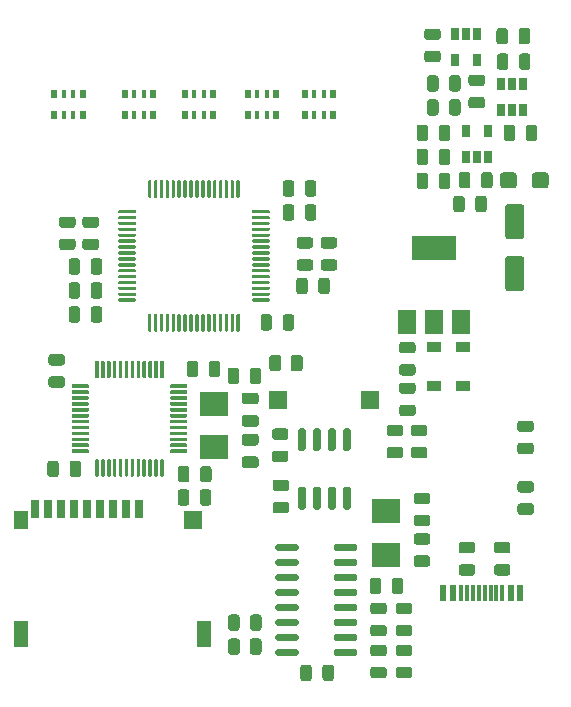
<source format=gbr>
%TF.GenerationSoftware,KiCad,Pcbnew,5.1.7-a382d34a8~88~ubuntu20.04.1*%
%TF.CreationDate,2021-01-11T19:53:58+01:00*%
%TF.ProjectId,BioElectricalSensor,42696f45-6c65-4637-9472-6963616c5365,rev?*%
%TF.SameCoordinates,Original*%
%TF.FileFunction,Paste,Top*%
%TF.FilePolarity,Positive*%
%FSLAX46Y46*%
G04 Gerber Fmt 4.6, Leading zero omitted, Abs format (unit mm)*
G04 Created by KiCad (PCBNEW 5.1.7-a382d34a8~88~ubuntu20.04.1) date 2021-01-11 19:53:58*
%MOMM*%
%LPD*%
G01*
G04 APERTURE LIST*
%ADD10R,0.650000X1.060000*%
%ADD11R,1.200000X0.900000*%
%ADD12R,2.400000X2.000000*%
%ADD13R,0.700000X1.600000*%
%ADD14R,1.200000X2.200000*%
%ADD15R,1.200000X1.500000*%
%ADD16R,1.600000X1.500000*%
%ADD17R,1.500000X1.500000*%
%ADD18R,0.600000X1.450000*%
%ADD19R,0.300000X1.450000*%
%ADD20R,0.500000X0.800000*%
%ADD21R,0.400000X0.800000*%
%ADD22R,1.500000X2.000000*%
%ADD23R,3.800000X2.000000*%
G04 APERTURE END LIST*
%TO.C,C15*%
G36*
G01*
X103640800Y-46044080D02*
X104740800Y-46044080D01*
G75*
G02*
X104990800Y-46294080I0J-250000D01*
G01*
X104990800Y-48794080D01*
G75*
G02*
X104740800Y-49044080I-250000J0D01*
G01*
X103640800Y-49044080D01*
G75*
G02*
X103390800Y-48794080I0J250000D01*
G01*
X103390800Y-46294080D01*
G75*
G02*
X103640800Y-46044080I250000J0D01*
G01*
G37*
G36*
G01*
X103640800Y-41644080D02*
X104740800Y-41644080D01*
G75*
G02*
X104990800Y-41894080I0J-250000D01*
G01*
X104990800Y-44394080D01*
G75*
G02*
X104740800Y-44644080I-250000J0D01*
G01*
X103640800Y-44644080D01*
G75*
G02*
X103390800Y-44394080I0J250000D01*
G01*
X103390800Y-41894080D01*
G75*
G02*
X103640800Y-41644080I250000J0D01*
G01*
G37*
%TD*%
%TO.C,C25*%
G36*
G01*
X105123160Y-36084830D02*
X105123160Y-35172330D01*
G75*
G02*
X105366910Y-34928580I243750J0D01*
G01*
X105854410Y-34928580D01*
G75*
G02*
X106098160Y-35172330I0J-243750D01*
G01*
X106098160Y-36084830D01*
G75*
G02*
X105854410Y-36328580I-243750J0D01*
G01*
X105366910Y-36328580D01*
G75*
G02*
X105123160Y-36084830I0J243750D01*
G01*
G37*
G36*
G01*
X103248160Y-36084830D02*
X103248160Y-35172330D01*
G75*
G02*
X103491910Y-34928580I243750J0D01*
G01*
X103979410Y-34928580D01*
G75*
G02*
X104223160Y-35172330I0J-243750D01*
G01*
X104223160Y-36084830D01*
G75*
G02*
X103979410Y-36328580I-243750J0D01*
G01*
X103491910Y-36328580D01*
G75*
G02*
X103248160Y-36084830I0J243750D01*
G01*
G37*
%TD*%
%TO.C,C43*%
G36*
G01*
X104521660Y-27893330D02*
X104521660Y-26980830D01*
G75*
G02*
X104765410Y-26737080I243750J0D01*
G01*
X105252910Y-26737080D01*
G75*
G02*
X105496660Y-26980830I0J-243750D01*
G01*
X105496660Y-27893330D01*
G75*
G02*
X105252910Y-28137080I-243750J0D01*
G01*
X104765410Y-28137080D01*
G75*
G02*
X104521660Y-27893330I0J243750D01*
G01*
G37*
G36*
G01*
X102646660Y-27893330D02*
X102646660Y-26980830D01*
G75*
G02*
X102890410Y-26737080I243750J0D01*
G01*
X103377910Y-26737080D01*
G75*
G02*
X103621660Y-26980830I0J-243750D01*
G01*
X103621660Y-27893330D01*
G75*
G02*
X103377910Y-28137080I-243750J0D01*
G01*
X102890410Y-28137080D01*
G75*
G02*
X102646660Y-27893330I0J243750D01*
G01*
G37*
%TD*%
%TO.C,C24*%
G36*
G01*
X103651660Y-29139830D02*
X103651660Y-30052330D01*
G75*
G02*
X103407910Y-30296080I-243750J0D01*
G01*
X102920410Y-30296080D01*
G75*
G02*
X102676660Y-30052330I0J243750D01*
G01*
X102676660Y-29139830D01*
G75*
G02*
X102920410Y-28896080I243750J0D01*
G01*
X103407910Y-28896080D01*
G75*
G02*
X103651660Y-29139830I0J-243750D01*
G01*
G37*
G36*
G01*
X105526660Y-29139830D02*
X105526660Y-30052330D01*
G75*
G02*
X105282910Y-30296080I-243750J0D01*
G01*
X104795410Y-30296080D01*
G75*
G02*
X104551660Y-30052330I0J243750D01*
G01*
X104551660Y-29139830D01*
G75*
G02*
X104795410Y-28896080I243750J0D01*
G01*
X105282910Y-28896080D01*
G75*
G02*
X105526660Y-29139830I0J-243750D01*
G01*
G37*
%TD*%
D10*
%TO.C,U10*%
X103957160Y-33701080D03*
X104907160Y-33701080D03*
X103007160Y-33701080D03*
X103007160Y-31501080D03*
X103957160Y-31501080D03*
X104907160Y-31501080D03*
%TD*%
D11*
%TO.C,D4*%
X97355660Y-57089580D03*
X97355660Y-53789580D03*
%TD*%
D12*
%TO.C,Y2*%
X78750160Y-58552080D03*
X78750160Y-62252080D03*
%TD*%
D13*
%TO.C,J5*%
X63564160Y-67439080D03*
D14*
X77864160Y-78039080D03*
X62364160Y-78039080D03*
D15*
X62364160Y-68439080D03*
D16*
X76964160Y-68439080D03*
D13*
X64664160Y-67439080D03*
X65764160Y-67439080D03*
X66864160Y-67439080D03*
X67964160Y-67439080D03*
X69064160Y-67439080D03*
X70164160Y-67439080D03*
X71264160Y-67439080D03*
X72364160Y-67439080D03*
%TD*%
D11*
%TO.C,D9*%
X99832160Y-57089580D03*
X99832160Y-53789580D03*
%TD*%
%TO.C,C10*%
G36*
G01*
X81323160Y-59507580D02*
X82273160Y-59507580D01*
G75*
G02*
X82523160Y-59757580I0J-250000D01*
G01*
X82523160Y-60257580D01*
G75*
G02*
X82273160Y-60507580I-250000J0D01*
G01*
X81323160Y-60507580D01*
G75*
G02*
X81073160Y-60257580I0J250000D01*
G01*
X81073160Y-59757580D01*
G75*
G02*
X81323160Y-59507580I250000J0D01*
G01*
G37*
G36*
G01*
X81323160Y-57607580D02*
X82273160Y-57607580D01*
G75*
G02*
X82523160Y-57857580I0J-250000D01*
G01*
X82523160Y-58357580D01*
G75*
G02*
X82273160Y-58607580I-250000J0D01*
G01*
X81323160Y-58607580D01*
G75*
G02*
X81073160Y-58357580I0J250000D01*
G01*
X81073160Y-57857580D01*
G75*
G02*
X81323160Y-57607580I250000J0D01*
G01*
G37*
%TD*%
%TO.C,C8*%
G36*
G01*
X82273160Y-62100080D02*
X81323160Y-62100080D01*
G75*
G02*
X81073160Y-61850080I0J250000D01*
G01*
X81073160Y-61350080D01*
G75*
G02*
X81323160Y-61100080I250000J0D01*
G01*
X82273160Y-61100080D01*
G75*
G02*
X82523160Y-61350080I0J-250000D01*
G01*
X82523160Y-61850080D01*
G75*
G02*
X82273160Y-62100080I-250000J0D01*
G01*
G37*
G36*
G01*
X82273160Y-64000080D02*
X81323160Y-64000080D01*
G75*
G02*
X81073160Y-63750080I0J250000D01*
G01*
X81073160Y-63250080D01*
G75*
G02*
X81323160Y-63000080I250000J0D01*
G01*
X82273160Y-63000080D01*
G75*
G02*
X82523160Y-63250080I0J-250000D01*
G01*
X82523160Y-63750080D01*
G75*
G02*
X82273160Y-64000080I-250000J0D01*
G01*
G37*
%TD*%
%TO.C,C1*%
G36*
G01*
X87914660Y-81804830D02*
X87914660Y-80892330D01*
G75*
G02*
X88158410Y-80648580I243750J0D01*
G01*
X88645910Y-80648580D01*
G75*
G02*
X88889660Y-80892330I0J-243750D01*
G01*
X88889660Y-81804830D01*
G75*
G02*
X88645910Y-82048580I-243750J0D01*
G01*
X88158410Y-82048580D01*
G75*
G02*
X87914660Y-81804830I0J243750D01*
G01*
G37*
G36*
G01*
X86039660Y-81804830D02*
X86039660Y-80892330D01*
G75*
G02*
X86283410Y-80648580I243750J0D01*
G01*
X86770910Y-80648580D01*
G75*
G02*
X87014660Y-80892330I0J-243750D01*
G01*
X87014660Y-81804830D01*
G75*
G02*
X86770910Y-82048580I-243750J0D01*
G01*
X86283410Y-82048580D01*
G75*
G02*
X86039660Y-81804830I0J243750D01*
G01*
G37*
%TD*%
D12*
%TO.C,Y1*%
X93291660Y-67679080D03*
X93291660Y-71379080D03*
%TD*%
D17*
%TO.C,SW2*%
X84147660Y-58234580D03*
X91947660Y-58234580D03*
%TD*%
%TO.C,R13*%
G36*
G01*
X81743500Y-79571001D02*
X81743500Y-78670999D01*
G75*
G02*
X81993499Y-78421000I249999J0D01*
G01*
X82518501Y-78421000D01*
G75*
G02*
X82768500Y-78670999I0J-249999D01*
G01*
X82768500Y-79571001D01*
G75*
G02*
X82518501Y-79821000I-249999J0D01*
G01*
X81993499Y-79821000D01*
G75*
G02*
X81743500Y-79571001I0J249999D01*
G01*
G37*
G36*
G01*
X79918500Y-79571001D02*
X79918500Y-78670999D01*
G75*
G02*
X80168499Y-78421000I249999J0D01*
G01*
X80693501Y-78421000D01*
G75*
G02*
X80943500Y-78670999I0J-249999D01*
G01*
X80943500Y-79571001D01*
G75*
G02*
X80693501Y-79821000I-249999J0D01*
G01*
X80168499Y-79821000D01*
G75*
G02*
X79918500Y-79571001I0J249999D01*
G01*
G37*
%TD*%
%TO.C,R12*%
G36*
G01*
X85222660Y-55573081D02*
X85222660Y-54673079D01*
G75*
G02*
X85472659Y-54423080I249999J0D01*
G01*
X85997661Y-54423080D01*
G75*
G02*
X86247660Y-54673079I0J-249999D01*
G01*
X86247660Y-55573081D01*
G75*
G02*
X85997661Y-55823080I-249999J0D01*
G01*
X85472659Y-55823080D01*
G75*
G02*
X85222660Y-55573081I0J249999D01*
G01*
G37*
G36*
G01*
X83397660Y-55573081D02*
X83397660Y-54673079D01*
G75*
G02*
X83647659Y-54423080I249999J0D01*
G01*
X84172661Y-54423080D01*
G75*
G02*
X84422660Y-54673079I0J-249999D01*
G01*
X84422660Y-55573081D01*
G75*
G02*
X84172661Y-55823080I-249999J0D01*
G01*
X83647659Y-55823080D01*
G75*
G02*
X83397660Y-55573081I0J249999D01*
G01*
G37*
%TD*%
%TO.C,D3*%
G36*
G01*
X80893500Y-76632750D02*
X80893500Y-77545250D01*
G75*
G02*
X80649750Y-77789000I-243750J0D01*
G01*
X80162250Y-77789000D01*
G75*
G02*
X79918500Y-77545250I0J243750D01*
G01*
X79918500Y-76632750D01*
G75*
G02*
X80162250Y-76389000I243750J0D01*
G01*
X80649750Y-76389000D01*
G75*
G02*
X80893500Y-76632750I0J-243750D01*
G01*
G37*
G36*
G01*
X82768500Y-76632750D02*
X82768500Y-77545250D01*
G75*
G02*
X82524750Y-77789000I-243750J0D01*
G01*
X82037250Y-77789000D01*
G75*
G02*
X81793500Y-77545250I0J243750D01*
G01*
X81793500Y-76632750D01*
G75*
G02*
X82037250Y-76389000I243750J0D01*
G01*
X82524750Y-76389000D01*
G75*
G02*
X82768500Y-76632750I0J-243750D01*
G01*
G37*
%TD*%
%TO.C,R5*%
G36*
G01*
X76634160Y-66033330D02*
X76634160Y-66945830D01*
G75*
G02*
X76390410Y-67189580I-243750J0D01*
G01*
X75902910Y-67189580D01*
G75*
G02*
X75659160Y-66945830I0J243750D01*
G01*
X75659160Y-66033330D01*
G75*
G02*
X75902910Y-65789580I243750J0D01*
G01*
X76390410Y-65789580D01*
G75*
G02*
X76634160Y-66033330I0J-243750D01*
G01*
G37*
G36*
G01*
X78509160Y-66033330D02*
X78509160Y-66945830D01*
G75*
G02*
X78265410Y-67189580I-243750J0D01*
G01*
X77777910Y-67189580D01*
G75*
G02*
X77534160Y-66945830I0J243750D01*
G01*
X77534160Y-66033330D01*
G75*
G02*
X77777910Y-65789580I243750J0D01*
G01*
X78265410Y-65789580D01*
G75*
G02*
X78509160Y-66033330I0J-243750D01*
G01*
G37*
%TD*%
%TO.C,C20*%
G36*
G01*
X104352320Y-39224399D02*
X104352320Y-40074401D01*
G75*
G02*
X104102321Y-40324400I-249999J0D01*
G01*
X103202319Y-40324400D01*
G75*
G02*
X102952320Y-40074401I0J249999D01*
G01*
X102952320Y-39224399D01*
G75*
G02*
X103202319Y-38974400I249999J0D01*
G01*
X104102321Y-38974400D01*
G75*
G02*
X104352320Y-39224399I0J-249999D01*
G01*
G37*
G36*
G01*
X107052320Y-39224399D02*
X107052320Y-40074401D01*
G75*
G02*
X106802321Y-40324400I-249999J0D01*
G01*
X105902319Y-40324400D01*
G75*
G02*
X105652320Y-40074401I0J249999D01*
G01*
X105652320Y-39224399D01*
G75*
G02*
X105902319Y-38974400I249999J0D01*
G01*
X106802321Y-38974400D01*
G75*
G02*
X107052320Y-39224399I0J-249999D01*
G01*
G37*
%TD*%
%TO.C,C17*%
G36*
G01*
X94646430Y-58636320D02*
X95558930Y-58636320D01*
G75*
G02*
X95802680Y-58880070I0J-243750D01*
G01*
X95802680Y-59367570D01*
G75*
G02*
X95558930Y-59611320I-243750J0D01*
G01*
X94646430Y-59611320D01*
G75*
G02*
X94402680Y-59367570I0J243750D01*
G01*
X94402680Y-58880070D01*
G75*
G02*
X94646430Y-58636320I243750J0D01*
G01*
G37*
G36*
G01*
X94646430Y-56761320D02*
X95558930Y-56761320D01*
G75*
G02*
X95802680Y-57005070I0J-243750D01*
G01*
X95802680Y-57492570D01*
G75*
G02*
X95558930Y-57736320I-243750J0D01*
G01*
X94646430Y-57736320D01*
G75*
G02*
X94402680Y-57492570I0J243750D01*
G01*
X94402680Y-57005070D01*
G75*
G02*
X94646430Y-56761320I243750J0D01*
G01*
G37*
%TD*%
%TO.C,C49*%
G36*
G01*
X104638790Y-61857040D02*
X105551290Y-61857040D01*
G75*
G02*
X105795040Y-62100790I0J-243750D01*
G01*
X105795040Y-62588290D01*
G75*
G02*
X105551290Y-62832040I-243750J0D01*
G01*
X104638790Y-62832040D01*
G75*
G02*
X104395040Y-62588290I0J243750D01*
G01*
X104395040Y-62100790D01*
G75*
G02*
X104638790Y-61857040I243750J0D01*
G01*
G37*
G36*
G01*
X104638790Y-59982040D02*
X105551290Y-59982040D01*
G75*
G02*
X105795040Y-60225790I0J-243750D01*
G01*
X105795040Y-60713290D01*
G75*
G02*
X105551290Y-60957040I-243750J0D01*
G01*
X104638790Y-60957040D01*
G75*
G02*
X104395040Y-60713290I0J243750D01*
G01*
X104395040Y-60225790D01*
G75*
G02*
X104638790Y-59982040I243750J0D01*
G01*
G37*
%TD*%
%TO.C,C48*%
G36*
G01*
X104654030Y-66982760D02*
X105566530Y-66982760D01*
G75*
G02*
X105810280Y-67226510I0J-243750D01*
G01*
X105810280Y-67714010D01*
G75*
G02*
X105566530Y-67957760I-243750J0D01*
G01*
X104654030Y-67957760D01*
G75*
G02*
X104410280Y-67714010I0J243750D01*
G01*
X104410280Y-67226510D01*
G75*
G02*
X104654030Y-66982760I243750J0D01*
G01*
G37*
G36*
G01*
X104654030Y-65107760D02*
X105566530Y-65107760D01*
G75*
G02*
X105810280Y-65351510I0J-243750D01*
G01*
X105810280Y-65839010D01*
G75*
G02*
X105566530Y-66082760I-243750J0D01*
G01*
X104654030Y-66082760D01*
G75*
G02*
X104410280Y-65839010I0J243750D01*
G01*
X104410280Y-65351510D01*
G75*
G02*
X104654030Y-65107760I243750J0D01*
G01*
G37*
%TD*%
%TO.C,R11*%
G36*
G01*
X103590410Y-71231580D02*
X102677910Y-71231580D01*
G75*
G02*
X102434160Y-70987830I0J243750D01*
G01*
X102434160Y-70500330D01*
G75*
G02*
X102677910Y-70256580I243750J0D01*
G01*
X103590410Y-70256580D01*
G75*
G02*
X103834160Y-70500330I0J-243750D01*
G01*
X103834160Y-70987830D01*
G75*
G02*
X103590410Y-71231580I-243750J0D01*
G01*
G37*
G36*
G01*
X103590410Y-73106580D02*
X102677910Y-73106580D01*
G75*
G02*
X102434160Y-72862830I0J243750D01*
G01*
X102434160Y-72375330D01*
G75*
G02*
X102677910Y-72131580I243750J0D01*
G01*
X103590410Y-72131580D01*
G75*
G02*
X103834160Y-72375330I0J-243750D01*
G01*
X103834160Y-72862830D01*
G75*
G02*
X103590410Y-73106580I-243750J0D01*
G01*
G37*
%TD*%
%TO.C,R10*%
G36*
G01*
X100605910Y-71231580D02*
X99693410Y-71231580D01*
G75*
G02*
X99449660Y-70987830I0J243750D01*
G01*
X99449660Y-70500330D01*
G75*
G02*
X99693410Y-70256580I243750J0D01*
G01*
X100605910Y-70256580D01*
G75*
G02*
X100849660Y-70500330I0J-243750D01*
G01*
X100849660Y-70987830D01*
G75*
G02*
X100605910Y-71231580I-243750J0D01*
G01*
G37*
G36*
G01*
X100605910Y-73106580D02*
X99693410Y-73106580D01*
G75*
G02*
X99449660Y-72862830I0J243750D01*
G01*
X99449660Y-72375330D01*
G75*
G02*
X99693410Y-72131580I243750J0D01*
G01*
X100605910Y-72131580D01*
G75*
G02*
X100849660Y-72375330I0J-243750D01*
G01*
X100849660Y-72862830D01*
G75*
G02*
X100605910Y-73106580I-243750J0D01*
G01*
G37*
%TD*%
D18*
%TO.C,P1*%
X104641660Y-74617580D03*
X103841660Y-74617580D03*
X98941660Y-74617580D03*
X98141660Y-74617580D03*
X98141660Y-74617580D03*
X98941660Y-74617580D03*
X103841660Y-74617580D03*
X104641660Y-74617580D03*
D19*
X99641660Y-74617580D03*
X100141660Y-74617580D03*
X100641660Y-74617580D03*
X101641660Y-74617580D03*
X102141660Y-74617580D03*
X102641660Y-74617580D03*
X103141660Y-74617580D03*
X101141660Y-74617580D03*
%TD*%
D20*
%TO.C,RN2*%
X81607660Y-34126580D03*
D21*
X82407660Y-34126580D03*
D20*
X84007660Y-34126580D03*
D21*
X83207660Y-34126580D03*
D20*
X81607660Y-32326580D03*
D21*
X83207660Y-32326580D03*
X82407660Y-32326580D03*
D20*
X84007660Y-32326580D03*
%TD*%
%TO.C,RN3*%
X76273660Y-34126580D03*
D21*
X77073660Y-34126580D03*
D20*
X78673660Y-34126580D03*
D21*
X77873660Y-34126580D03*
D20*
X76273660Y-32326580D03*
D21*
X77873660Y-32326580D03*
X77073660Y-32326580D03*
D20*
X78673660Y-32326580D03*
%TD*%
%TO.C,RN1*%
X86433660Y-34104580D03*
D21*
X87233660Y-34104580D03*
D20*
X88833660Y-34104580D03*
D21*
X88033660Y-34104580D03*
D20*
X86433660Y-32304580D03*
D21*
X88033660Y-32304580D03*
X87233660Y-32304580D03*
D20*
X88833660Y-32304580D03*
%TD*%
%TO.C,RN4*%
X71193660Y-34126580D03*
D21*
X71993660Y-34126580D03*
D20*
X73593660Y-34126580D03*
D21*
X72793660Y-34126580D03*
D20*
X71193660Y-32326580D03*
D21*
X72793660Y-32326580D03*
X71993660Y-32326580D03*
D20*
X73593660Y-32326580D03*
%TD*%
%TO.C,RN5*%
X65224660Y-34126580D03*
D21*
X66024660Y-34126580D03*
D20*
X67624660Y-34126580D03*
D21*
X66824660Y-34126580D03*
D20*
X65224660Y-32326580D03*
D21*
X66824660Y-32326580D03*
X66024660Y-32326580D03*
D20*
X67624660Y-32326580D03*
%TD*%
%TO.C,C39*%
G36*
G01*
X67393160Y-48507330D02*
X67393160Y-49419830D01*
G75*
G02*
X67149410Y-49663580I-243750J0D01*
G01*
X66661910Y-49663580D01*
G75*
G02*
X66418160Y-49419830I0J243750D01*
G01*
X66418160Y-48507330D01*
G75*
G02*
X66661910Y-48263580I243750J0D01*
G01*
X67149410Y-48263580D01*
G75*
G02*
X67393160Y-48507330I0J-243750D01*
G01*
G37*
G36*
G01*
X69268160Y-48507330D02*
X69268160Y-49419830D01*
G75*
G02*
X69024410Y-49663580I-243750J0D01*
G01*
X68536910Y-49663580D01*
G75*
G02*
X68293160Y-49419830I0J243750D01*
G01*
X68293160Y-48507330D01*
G75*
G02*
X68536910Y-48263580I243750J0D01*
G01*
X69024410Y-48263580D01*
G75*
G02*
X69268160Y-48507330I0J-243750D01*
G01*
G37*
%TD*%
D10*
%TO.C,U15*%
X101038660Y-29446580D03*
X99138660Y-29446580D03*
X99138660Y-27246580D03*
X100088660Y-27246580D03*
X101038660Y-27246580D03*
%TD*%
%TO.C,U11*%
X100025160Y-35481080D03*
X101925160Y-35481080D03*
X101925160Y-37681080D03*
X100975160Y-37681080D03*
X100025160Y-37681080D03*
%TD*%
%TO.C,U8*%
G36*
G01*
X82035660Y-42142580D02*
X83360660Y-42142580D01*
G75*
G02*
X83435660Y-42217580I0J-75000D01*
G01*
X83435660Y-42367580D01*
G75*
G02*
X83360660Y-42442580I-75000J0D01*
G01*
X82035660Y-42442580D01*
G75*
G02*
X81960660Y-42367580I0J75000D01*
G01*
X81960660Y-42217580D01*
G75*
G02*
X82035660Y-42142580I75000J0D01*
G01*
G37*
G36*
G01*
X82035660Y-42642580D02*
X83360660Y-42642580D01*
G75*
G02*
X83435660Y-42717580I0J-75000D01*
G01*
X83435660Y-42867580D01*
G75*
G02*
X83360660Y-42942580I-75000J0D01*
G01*
X82035660Y-42942580D01*
G75*
G02*
X81960660Y-42867580I0J75000D01*
G01*
X81960660Y-42717580D01*
G75*
G02*
X82035660Y-42642580I75000J0D01*
G01*
G37*
G36*
G01*
X82035660Y-43142580D02*
X83360660Y-43142580D01*
G75*
G02*
X83435660Y-43217580I0J-75000D01*
G01*
X83435660Y-43367580D01*
G75*
G02*
X83360660Y-43442580I-75000J0D01*
G01*
X82035660Y-43442580D01*
G75*
G02*
X81960660Y-43367580I0J75000D01*
G01*
X81960660Y-43217580D01*
G75*
G02*
X82035660Y-43142580I75000J0D01*
G01*
G37*
G36*
G01*
X82035660Y-43642580D02*
X83360660Y-43642580D01*
G75*
G02*
X83435660Y-43717580I0J-75000D01*
G01*
X83435660Y-43867580D01*
G75*
G02*
X83360660Y-43942580I-75000J0D01*
G01*
X82035660Y-43942580D01*
G75*
G02*
X81960660Y-43867580I0J75000D01*
G01*
X81960660Y-43717580D01*
G75*
G02*
X82035660Y-43642580I75000J0D01*
G01*
G37*
G36*
G01*
X82035660Y-44142580D02*
X83360660Y-44142580D01*
G75*
G02*
X83435660Y-44217580I0J-75000D01*
G01*
X83435660Y-44367580D01*
G75*
G02*
X83360660Y-44442580I-75000J0D01*
G01*
X82035660Y-44442580D01*
G75*
G02*
X81960660Y-44367580I0J75000D01*
G01*
X81960660Y-44217580D01*
G75*
G02*
X82035660Y-44142580I75000J0D01*
G01*
G37*
G36*
G01*
X82035660Y-44642580D02*
X83360660Y-44642580D01*
G75*
G02*
X83435660Y-44717580I0J-75000D01*
G01*
X83435660Y-44867580D01*
G75*
G02*
X83360660Y-44942580I-75000J0D01*
G01*
X82035660Y-44942580D01*
G75*
G02*
X81960660Y-44867580I0J75000D01*
G01*
X81960660Y-44717580D01*
G75*
G02*
X82035660Y-44642580I75000J0D01*
G01*
G37*
G36*
G01*
X82035660Y-45142580D02*
X83360660Y-45142580D01*
G75*
G02*
X83435660Y-45217580I0J-75000D01*
G01*
X83435660Y-45367580D01*
G75*
G02*
X83360660Y-45442580I-75000J0D01*
G01*
X82035660Y-45442580D01*
G75*
G02*
X81960660Y-45367580I0J75000D01*
G01*
X81960660Y-45217580D01*
G75*
G02*
X82035660Y-45142580I75000J0D01*
G01*
G37*
G36*
G01*
X82035660Y-45642580D02*
X83360660Y-45642580D01*
G75*
G02*
X83435660Y-45717580I0J-75000D01*
G01*
X83435660Y-45867580D01*
G75*
G02*
X83360660Y-45942580I-75000J0D01*
G01*
X82035660Y-45942580D01*
G75*
G02*
X81960660Y-45867580I0J75000D01*
G01*
X81960660Y-45717580D01*
G75*
G02*
X82035660Y-45642580I75000J0D01*
G01*
G37*
G36*
G01*
X82035660Y-46142580D02*
X83360660Y-46142580D01*
G75*
G02*
X83435660Y-46217580I0J-75000D01*
G01*
X83435660Y-46367580D01*
G75*
G02*
X83360660Y-46442580I-75000J0D01*
G01*
X82035660Y-46442580D01*
G75*
G02*
X81960660Y-46367580I0J75000D01*
G01*
X81960660Y-46217580D01*
G75*
G02*
X82035660Y-46142580I75000J0D01*
G01*
G37*
G36*
G01*
X82035660Y-46642580D02*
X83360660Y-46642580D01*
G75*
G02*
X83435660Y-46717580I0J-75000D01*
G01*
X83435660Y-46867580D01*
G75*
G02*
X83360660Y-46942580I-75000J0D01*
G01*
X82035660Y-46942580D01*
G75*
G02*
X81960660Y-46867580I0J75000D01*
G01*
X81960660Y-46717580D01*
G75*
G02*
X82035660Y-46642580I75000J0D01*
G01*
G37*
G36*
G01*
X82035660Y-47142580D02*
X83360660Y-47142580D01*
G75*
G02*
X83435660Y-47217580I0J-75000D01*
G01*
X83435660Y-47367580D01*
G75*
G02*
X83360660Y-47442580I-75000J0D01*
G01*
X82035660Y-47442580D01*
G75*
G02*
X81960660Y-47367580I0J75000D01*
G01*
X81960660Y-47217580D01*
G75*
G02*
X82035660Y-47142580I75000J0D01*
G01*
G37*
G36*
G01*
X82035660Y-47642580D02*
X83360660Y-47642580D01*
G75*
G02*
X83435660Y-47717580I0J-75000D01*
G01*
X83435660Y-47867580D01*
G75*
G02*
X83360660Y-47942580I-75000J0D01*
G01*
X82035660Y-47942580D01*
G75*
G02*
X81960660Y-47867580I0J75000D01*
G01*
X81960660Y-47717580D01*
G75*
G02*
X82035660Y-47642580I75000J0D01*
G01*
G37*
G36*
G01*
X82035660Y-48142580D02*
X83360660Y-48142580D01*
G75*
G02*
X83435660Y-48217580I0J-75000D01*
G01*
X83435660Y-48367580D01*
G75*
G02*
X83360660Y-48442580I-75000J0D01*
G01*
X82035660Y-48442580D01*
G75*
G02*
X81960660Y-48367580I0J75000D01*
G01*
X81960660Y-48217580D01*
G75*
G02*
X82035660Y-48142580I75000J0D01*
G01*
G37*
G36*
G01*
X82035660Y-48642580D02*
X83360660Y-48642580D01*
G75*
G02*
X83435660Y-48717580I0J-75000D01*
G01*
X83435660Y-48867580D01*
G75*
G02*
X83360660Y-48942580I-75000J0D01*
G01*
X82035660Y-48942580D01*
G75*
G02*
X81960660Y-48867580I0J75000D01*
G01*
X81960660Y-48717580D01*
G75*
G02*
X82035660Y-48642580I75000J0D01*
G01*
G37*
G36*
G01*
X82035660Y-49142580D02*
X83360660Y-49142580D01*
G75*
G02*
X83435660Y-49217580I0J-75000D01*
G01*
X83435660Y-49367580D01*
G75*
G02*
X83360660Y-49442580I-75000J0D01*
G01*
X82035660Y-49442580D01*
G75*
G02*
X81960660Y-49367580I0J75000D01*
G01*
X81960660Y-49217580D01*
G75*
G02*
X82035660Y-49142580I75000J0D01*
G01*
G37*
G36*
G01*
X82035660Y-49642580D02*
X83360660Y-49642580D01*
G75*
G02*
X83435660Y-49717580I0J-75000D01*
G01*
X83435660Y-49867580D01*
G75*
G02*
X83360660Y-49942580I-75000J0D01*
G01*
X82035660Y-49942580D01*
G75*
G02*
X81960660Y-49867580I0J75000D01*
G01*
X81960660Y-49717580D01*
G75*
G02*
X82035660Y-49642580I75000J0D01*
G01*
G37*
G36*
G01*
X80710660Y-50967580D02*
X80860660Y-50967580D01*
G75*
G02*
X80935660Y-51042580I0J-75000D01*
G01*
X80935660Y-52367580D01*
G75*
G02*
X80860660Y-52442580I-75000J0D01*
G01*
X80710660Y-52442580D01*
G75*
G02*
X80635660Y-52367580I0J75000D01*
G01*
X80635660Y-51042580D01*
G75*
G02*
X80710660Y-50967580I75000J0D01*
G01*
G37*
G36*
G01*
X80210660Y-50967580D02*
X80360660Y-50967580D01*
G75*
G02*
X80435660Y-51042580I0J-75000D01*
G01*
X80435660Y-52367580D01*
G75*
G02*
X80360660Y-52442580I-75000J0D01*
G01*
X80210660Y-52442580D01*
G75*
G02*
X80135660Y-52367580I0J75000D01*
G01*
X80135660Y-51042580D01*
G75*
G02*
X80210660Y-50967580I75000J0D01*
G01*
G37*
G36*
G01*
X79710660Y-50967580D02*
X79860660Y-50967580D01*
G75*
G02*
X79935660Y-51042580I0J-75000D01*
G01*
X79935660Y-52367580D01*
G75*
G02*
X79860660Y-52442580I-75000J0D01*
G01*
X79710660Y-52442580D01*
G75*
G02*
X79635660Y-52367580I0J75000D01*
G01*
X79635660Y-51042580D01*
G75*
G02*
X79710660Y-50967580I75000J0D01*
G01*
G37*
G36*
G01*
X79210660Y-50967580D02*
X79360660Y-50967580D01*
G75*
G02*
X79435660Y-51042580I0J-75000D01*
G01*
X79435660Y-52367580D01*
G75*
G02*
X79360660Y-52442580I-75000J0D01*
G01*
X79210660Y-52442580D01*
G75*
G02*
X79135660Y-52367580I0J75000D01*
G01*
X79135660Y-51042580D01*
G75*
G02*
X79210660Y-50967580I75000J0D01*
G01*
G37*
G36*
G01*
X78710660Y-50967580D02*
X78860660Y-50967580D01*
G75*
G02*
X78935660Y-51042580I0J-75000D01*
G01*
X78935660Y-52367580D01*
G75*
G02*
X78860660Y-52442580I-75000J0D01*
G01*
X78710660Y-52442580D01*
G75*
G02*
X78635660Y-52367580I0J75000D01*
G01*
X78635660Y-51042580D01*
G75*
G02*
X78710660Y-50967580I75000J0D01*
G01*
G37*
G36*
G01*
X78210660Y-50967580D02*
X78360660Y-50967580D01*
G75*
G02*
X78435660Y-51042580I0J-75000D01*
G01*
X78435660Y-52367580D01*
G75*
G02*
X78360660Y-52442580I-75000J0D01*
G01*
X78210660Y-52442580D01*
G75*
G02*
X78135660Y-52367580I0J75000D01*
G01*
X78135660Y-51042580D01*
G75*
G02*
X78210660Y-50967580I75000J0D01*
G01*
G37*
G36*
G01*
X77710660Y-50967580D02*
X77860660Y-50967580D01*
G75*
G02*
X77935660Y-51042580I0J-75000D01*
G01*
X77935660Y-52367580D01*
G75*
G02*
X77860660Y-52442580I-75000J0D01*
G01*
X77710660Y-52442580D01*
G75*
G02*
X77635660Y-52367580I0J75000D01*
G01*
X77635660Y-51042580D01*
G75*
G02*
X77710660Y-50967580I75000J0D01*
G01*
G37*
G36*
G01*
X77210660Y-50967580D02*
X77360660Y-50967580D01*
G75*
G02*
X77435660Y-51042580I0J-75000D01*
G01*
X77435660Y-52367580D01*
G75*
G02*
X77360660Y-52442580I-75000J0D01*
G01*
X77210660Y-52442580D01*
G75*
G02*
X77135660Y-52367580I0J75000D01*
G01*
X77135660Y-51042580D01*
G75*
G02*
X77210660Y-50967580I75000J0D01*
G01*
G37*
G36*
G01*
X76710660Y-50967580D02*
X76860660Y-50967580D01*
G75*
G02*
X76935660Y-51042580I0J-75000D01*
G01*
X76935660Y-52367580D01*
G75*
G02*
X76860660Y-52442580I-75000J0D01*
G01*
X76710660Y-52442580D01*
G75*
G02*
X76635660Y-52367580I0J75000D01*
G01*
X76635660Y-51042580D01*
G75*
G02*
X76710660Y-50967580I75000J0D01*
G01*
G37*
G36*
G01*
X76210660Y-50967580D02*
X76360660Y-50967580D01*
G75*
G02*
X76435660Y-51042580I0J-75000D01*
G01*
X76435660Y-52367580D01*
G75*
G02*
X76360660Y-52442580I-75000J0D01*
G01*
X76210660Y-52442580D01*
G75*
G02*
X76135660Y-52367580I0J75000D01*
G01*
X76135660Y-51042580D01*
G75*
G02*
X76210660Y-50967580I75000J0D01*
G01*
G37*
G36*
G01*
X75710660Y-50967580D02*
X75860660Y-50967580D01*
G75*
G02*
X75935660Y-51042580I0J-75000D01*
G01*
X75935660Y-52367580D01*
G75*
G02*
X75860660Y-52442580I-75000J0D01*
G01*
X75710660Y-52442580D01*
G75*
G02*
X75635660Y-52367580I0J75000D01*
G01*
X75635660Y-51042580D01*
G75*
G02*
X75710660Y-50967580I75000J0D01*
G01*
G37*
G36*
G01*
X75210660Y-50967580D02*
X75360660Y-50967580D01*
G75*
G02*
X75435660Y-51042580I0J-75000D01*
G01*
X75435660Y-52367580D01*
G75*
G02*
X75360660Y-52442580I-75000J0D01*
G01*
X75210660Y-52442580D01*
G75*
G02*
X75135660Y-52367580I0J75000D01*
G01*
X75135660Y-51042580D01*
G75*
G02*
X75210660Y-50967580I75000J0D01*
G01*
G37*
G36*
G01*
X74710660Y-50967580D02*
X74860660Y-50967580D01*
G75*
G02*
X74935660Y-51042580I0J-75000D01*
G01*
X74935660Y-52367580D01*
G75*
G02*
X74860660Y-52442580I-75000J0D01*
G01*
X74710660Y-52442580D01*
G75*
G02*
X74635660Y-52367580I0J75000D01*
G01*
X74635660Y-51042580D01*
G75*
G02*
X74710660Y-50967580I75000J0D01*
G01*
G37*
G36*
G01*
X74210660Y-50967580D02*
X74360660Y-50967580D01*
G75*
G02*
X74435660Y-51042580I0J-75000D01*
G01*
X74435660Y-52367580D01*
G75*
G02*
X74360660Y-52442580I-75000J0D01*
G01*
X74210660Y-52442580D01*
G75*
G02*
X74135660Y-52367580I0J75000D01*
G01*
X74135660Y-51042580D01*
G75*
G02*
X74210660Y-50967580I75000J0D01*
G01*
G37*
G36*
G01*
X73710660Y-50967580D02*
X73860660Y-50967580D01*
G75*
G02*
X73935660Y-51042580I0J-75000D01*
G01*
X73935660Y-52367580D01*
G75*
G02*
X73860660Y-52442580I-75000J0D01*
G01*
X73710660Y-52442580D01*
G75*
G02*
X73635660Y-52367580I0J75000D01*
G01*
X73635660Y-51042580D01*
G75*
G02*
X73710660Y-50967580I75000J0D01*
G01*
G37*
G36*
G01*
X73210660Y-50967580D02*
X73360660Y-50967580D01*
G75*
G02*
X73435660Y-51042580I0J-75000D01*
G01*
X73435660Y-52367580D01*
G75*
G02*
X73360660Y-52442580I-75000J0D01*
G01*
X73210660Y-52442580D01*
G75*
G02*
X73135660Y-52367580I0J75000D01*
G01*
X73135660Y-51042580D01*
G75*
G02*
X73210660Y-50967580I75000J0D01*
G01*
G37*
G36*
G01*
X70710660Y-49642580D02*
X72035660Y-49642580D01*
G75*
G02*
X72110660Y-49717580I0J-75000D01*
G01*
X72110660Y-49867580D01*
G75*
G02*
X72035660Y-49942580I-75000J0D01*
G01*
X70710660Y-49942580D01*
G75*
G02*
X70635660Y-49867580I0J75000D01*
G01*
X70635660Y-49717580D01*
G75*
G02*
X70710660Y-49642580I75000J0D01*
G01*
G37*
G36*
G01*
X70710660Y-49142580D02*
X72035660Y-49142580D01*
G75*
G02*
X72110660Y-49217580I0J-75000D01*
G01*
X72110660Y-49367580D01*
G75*
G02*
X72035660Y-49442580I-75000J0D01*
G01*
X70710660Y-49442580D01*
G75*
G02*
X70635660Y-49367580I0J75000D01*
G01*
X70635660Y-49217580D01*
G75*
G02*
X70710660Y-49142580I75000J0D01*
G01*
G37*
G36*
G01*
X70710660Y-48642580D02*
X72035660Y-48642580D01*
G75*
G02*
X72110660Y-48717580I0J-75000D01*
G01*
X72110660Y-48867580D01*
G75*
G02*
X72035660Y-48942580I-75000J0D01*
G01*
X70710660Y-48942580D01*
G75*
G02*
X70635660Y-48867580I0J75000D01*
G01*
X70635660Y-48717580D01*
G75*
G02*
X70710660Y-48642580I75000J0D01*
G01*
G37*
G36*
G01*
X70710660Y-48142580D02*
X72035660Y-48142580D01*
G75*
G02*
X72110660Y-48217580I0J-75000D01*
G01*
X72110660Y-48367580D01*
G75*
G02*
X72035660Y-48442580I-75000J0D01*
G01*
X70710660Y-48442580D01*
G75*
G02*
X70635660Y-48367580I0J75000D01*
G01*
X70635660Y-48217580D01*
G75*
G02*
X70710660Y-48142580I75000J0D01*
G01*
G37*
G36*
G01*
X70710660Y-47642580D02*
X72035660Y-47642580D01*
G75*
G02*
X72110660Y-47717580I0J-75000D01*
G01*
X72110660Y-47867580D01*
G75*
G02*
X72035660Y-47942580I-75000J0D01*
G01*
X70710660Y-47942580D01*
G75*
G02*
X70635660Y-47867580I0J75000D01*
G01*
X70635660Y-47717580D01*
G75*
G02*
X70710660Y-47642580I75000J0D01*
G01*
G37*
G36*
G01*
X70710660Y-47142580D02*
X72035660Y-47142580D01*
G75*
G02*
X72110660Y-47217580I0J-75000D01*
G01*
X72110660Y-47367580D01*
G75*
G02*
X72035660Y-47442580I-75000J0D01*
G01*
X70710660Y-47442580D01*
G75*
G02*
X70635660Y-47367580I0J75000D01*
G01*
X70635660Y-47217580D01*
G75*
G02*
X70710660Y-47142580I75000J0D01*
G01*
G37*
G36*
G01*
X70710660Y-46642580D02*
X72035660Y-46642580D01*
G75*
G02*
X72110660Y-46717580I0J-75000D01*
G01*
X72110660Y-46867580D01*
G75*
G02*
X72035660Y-46942580I-75000J0D01*
G01*
X70710660Y-46942580D01*
G75*
G02*
X70635660Y-46867580I0J75000D01*
G01*
X70635660Y-46717580D01*
G75*
G02*
X70710660Y-46642580I75000J0D01*
G01*
G37*
G36*
G01*
X70710660Y-46142580D02*
X72035660Y-46142580D01*
G75*
G02*
X72110660Y-46217580I0J-75000D01*
G01*
X72110660Y-46367580D01*
G75*
G02*
X72035660Y-46442580I-75000J0D01*
G01*
X70710660Y-46442580D01*
G75*
G02*
X70635660Y-46367580I0J75000D01*
G01*
X70635660Y-46217580D01*
G75*
G02*
X70710660Y-46142580I75000J0D01*
G01*
G37*
G36*
G01*
X70710660Y-45642580D02*
X72035660Y-45642580D01*
G75*
G02*
X72110660Y-45717580I0J-75000D01*
G01*
X72110660Y-45867580D01*
G75*
G02*
X72035660Y-45942580I-75000J0D01*
G01*
X70710660Y-45942580D01*
G75*
G02*
X70635660Y-45867580I0J75000D01*
G01*
X70635660Y-45717580D01*
G75*
G02*
X70710660Y-45642580I75000J0D01*
G01*
G37*
G36*
G01*
X70710660Y-45142580D02*
X72035660Y-45142580D01*
G75*
G02*
X72110660Y-45217580I0J-75000D01*
G01*
X72110660Y-45367580D01*
G75*
G02*
X72035660Y-45442580I-75000J0D01*
G01*
X70710660Y-45442580D01*
G75*
G02*
X70635660Y-45367580I0J75000D01*
G01*
X70635660Y-45217580D01*
G75*
G02*
X70710660Y-45142580I75000J0D01*
G01*
G37*
G36*
G01*
X70710660Y-44642580D02*
X72035660Y-44642580D01*
G75*
G02*
X72110660Y-44717580I0J-75000D01*
G01*
X72110660Y-44867580D01*
G75*
G02*
X72035660Y-44942580I-75000J0D01*
G01*
X70710660Y-44942580D01*
G75*
G02*
X70635660Y-44867580I0J75000D01*
G01*
X70635660Y-44717580D01*
G75*
G02*
X70710660Y-44642580I75000J0D01*
G01*
G37*
G36*
G01*
X70710660Y-44142580D02*
X72035660Y-44142580D01*
G75*
G02*
X72110660Y-44217580I0J-75000D01*
G01*
X72110660Y-44367580D01*
G75*
G02*
X72035660Y-44442580I-75000J0D01*
G01*
X70710660Y-44442580D01*
G75*
G02*
X70635660Y-44367580I0J75000D01*
G01*
X70635660Y-44217580D01*
G75*
G02*
X70710660Y-44142580I75000J0D01*
G01*
G37*
G36*
G01*
X70710660Y-43642580D02*
X72035660Y-43642580D01*
G75*
G02*
X72110660Y-43717580I0J-75000D01*
G01*
X72110660Y-43867580D01*
G75*
G02*
X72035660Y-43942580I-75000J0D01*
G01*
X70710660Y-43942580D01*
G75*
G02*
X70635660Y-43867580I0J75000D01*
G01*
X70635660Y-43717580D01*
G75*
G02*
X70710660Y-43642580I75000J0D01*
G01*
G37*
G36*
G01*
X70710660Y-43142580D02*
X72035660Y-43142580D01*
G75*
G02*
X72110660Y-43217580I0J-75000D01*
G01*
X72110660Y-43367580D01*
G75*
G02*
X72035660Y-43442580I-75000J0D01*
G01*
X70710660Y-43442580D01*
G75*
G02*
X70635660Y-43367580I0J75000D01*
G01*
X70635660Y-43217580D01*
G75*
G02*
X70710660Y-43142580I75000J0D01*
G01*
G37*
G36*
G01*
X70710660Y-42642580D02*
X72035660Y-42642580D01*
G75*
G02*
X72110660Y-42717580I0J-75000D01*
G01*
X72110660Y-42867580D01*
G75*
G02*
X72035660Y-42942580I-75000J0D01*
G01*
X70710660Y-42942580D01*
G75*
G02*
X70635660Y-42867580I0J75000D01*
G01*
X70635660Y-42717580D01*
G75*
G02*
X70710660Y-42642580I75000J0D01*
G01*
G37*
G36*
G01*
X70710660Y-42142580D02*
X72035660Y-42142580D01*
G75*
G02*
X72110660Y-42217580I0J-75000D01*
G01*
X72110660Y-42367580D01*
G75*
G02*
X72035660Y-42442580I-75000J0D01*
G01*
X70710660Y-42442580D01*
G75*
G02*
X70635660Y-42367580I0J75000D01*
G01*
X70635660Y-42217580D01*
G75*
G02*
X70710660Y-42142580I75000J0D01*
G01*
G37*
G36*
G01*
X73210660Y-39642580D02*
X73360660Y-39642580D01*
G75*
G02*
X73435660Y-39717580I0J-75000D01*
G01*
X73435660Y-41042580D01*
G75*
G02*
X73360660Y-41117580I-75000J0D01*
G01*
X73210660Y-41117580D01*
G75*
G02*
X73135660Y-41042580I0J75000D01*
G01*
X73135660Y-39717580D01*
G75*
G02*
X73210660Y-39642580I75000J0D01*
G01*
G37*
G36*
G01*
X73710660Y-39642580D02*
X73860660Y-39642580D01*
G75*
G02*
X73935660Y-39717580I0J-75000D01*
G01*
X73935660Y-41042580D01*
G75*
G02*
X73860660Y-41117580I-75000J0D01*
G01*
X73710660Y-41117580D01*
G75*
G02*
X73635660Y-41042580I0J75000D01*
G01*
X73635660Y-39717580D01*
G75*
G02*
X73710660Y-39642580I75000J0D01*
G01*
G37*
G36*
G01*
X74210660Y-39642580D02*
X74360660Y-39642580D01*
G75*
G02*
X74435660Y-39717580I0J-75000D01*
G01*
X74435660Y-41042580D01*
G75*
G02*
X74360660Y-41117580I-75000J0D01*
G01*
X74210660Y-41117580D01*
G75*
G02*
X74135660Y-41042580I0J75000D01*
G01*
X74135660Y-39717580D01*
G75*
G02*
X74210660Y-39642580I75000J0D01*
G01*
G37*
G36*
G01*
X74710660Y-39642580D02*
X74860660Y-39642580D01*
G75*
G02*
X74935660Y-39717580I0J-75000D01*
G01*
X74935660Y-41042580D01*
G75*
G02*
X74860660Y-41117580I-75000J0D01*
G01*
X74710660Y-41117580D01*
G75*
G02*
X74635660Y-41042580I0J75000D01*
G01*
X74635660Y-39717580D01*
G75*
G02*
X74710660Y-39642580I75000J0D01*
G01*
G37*
G36*
G01*
X75210660Y-39642580D02*
X75360660Y-39642580D01*
G75*
G02*
X75435660Y-39717580I0J-75000D01*
G01*
X75435660Y-41042580D01*
G75*
G02*
X75360660Y-41117580I-75000J0D01*
G01*
X75210660Y-41117580D01*
G75*
G02*
X75135660Y-41042580I0J75000D01*
G01*
X75135660Y-39717580D01*
G75*
G02*
X75210660Y-39642580I75000J0D01*
G01*
G37*
G36*
G01*
X75710660Y-39642580D02*
X75860660Y-39642580D01*
G75*
G02*
X75935660Y-39717580I0J-75000D01*
G01*
X75935660Y-41042580D01*
G75*
G02*
X75860660Y-41117580I-75000J0D01*
G01*
X75710660Y-41117580D01*
G75*
G02*
X75635660Y-41042580I0J75000D01*
G01*
X75635660Y-39717580D01*
G75*
G02*
X75710660Y-39642580I75000J0D01*
G01*
G37*
G36*
G01*
X76210660Y-39642580D02*
X76360660Y-39642580D01*
G75*
G02*
X76435660Y-39717580I0J-75000D01*
G01*
X76435660Y-41042580D01*
G75*
G02*
X76360660Y-41117580I-75000J0D01*
G01*
X76210660Y-41117580D01*
G75*
G02*
X76135660Y-41042580I0J75000D01*
G01*
X76135660Y-39717580D01*
G75*
G02*
X76210660Y-39642580I75000J0D01*
G01*
G37*
G36*
G01*
X76710660Y-39642580D02*
X76860660Y-39642580D01*
G75*
G02*
X76935660Y-39717580I0J-75000D01*
G01*
X76935660Y-41042580D01*
G75*
G02*
X76860660Y-41117580I-75000J0D01*
G01*
X76710660Y-41117580D01*
G75*
G02*
X76635660Y-41042580I0J75000D01*
G01*
X76635660Y-39717580D01*
G75*
G02*
X76710660Y-39642580I75000J0D01*
G01*
G37*
G36*
G01*
X77210660Y-39642580D02*
X77360660Y-39642580D01*
G75*
G02*
X77435660Y-39717580I0J-75000D01*
G01*
X77435660Y-41042580D01*
G75*
G02*
X77360660Y-41117580I-75000J0D01*
G01*
X77210660Y-41117580D01*
G75*
G02*
X77135660Y-41042580I0J75000D01*
G01*
X77135660Y-39717580D01*
G75*
G02*
X77210660Y-39642580I75000J0D01*
G01*
G37*
G36*
G01*
X77710660Y-39642580D02*
X77860660Y-39642580D01*
G75*
G02*
X77935660Y-39717580I0J-75000D01*
G01*
X77935660Y-41042580D01*
G75*
G02*
X77860660Y-41117580I-75000J0D01*
G01*
X77710660Y-41117580D01*
G75*
G02*
X77635660Y-41042580I0J75000D01*
G01*
X77635660Y-39717580D01*
G75*
G02*
X77710660Y-39642580I75000J0D01*
G01*
G37*
G36*
G01*
X78210660Y-39642580D02*
X78360660Y-39642580D01*
G75*
G02*
X78435660Y-39717580I0J-75000D01*
G01*
X78435660Y-41042580D01*
G75*
G02*
X78360660Y-41117580I-75000J0D01*
G01*
X78210660Y-41117580D01*
G75*
G02*
X78135660Y-41042580I0J75000D01*
G01*
X78135660Y-39717580D01*
G75*
G02*
X78210660Y-39642580I75000J0D01*
G01*
G37*
G36*
G01*
X78710660Y-39642580D02*
X78860660Y-39642580D01*
G75*
G02*
X78935660Y-39717580I0J-75000D01*
G01*
X78935660Y-41042580D01*
G75*
G02*
X78860660Y-41117580I-75000J0D01*
G01*
X78710660Y-41117580D01*
G75*
G02*
X78635660Y-41042580I0J75000D01*
G01*
X78635660Y-39717580D01*
G75*
G02*
X78710660Y-39642580I75000J0D01*
G01*
G37*
G36*
G01*
X79210660Y-39642580D02*
X79360660Y-39642580D01*
G75*
G02*
X79435660Y-39717580I0J-75000D01*
G01*
X79435660Y-41042580D01*
G75*
G02*
X79360660Y-41117580I-75000J0D01*
G01*
X79210660Y-41117580D01*
G75*
G02*
X79135660Y-41042580I0J75000D01*
G01*
X79135660Y-39717580D01*
G75*
G02*
X79210660Y-39642580I75000J0D01*
G01*
G37*
G36*
G01*
X79710660Y-39642580D02*
X79860660Y-39642580D01*
G75*
G02*
X79935660Y-39717580I0J-75000D01*
G01*
X79935660Y-41042580D01*
G75*
G02*
X79860660Y-41117580I-75000J0D01*
G01*
X79710660Y-41117580D01*
G75*
G02*
X79635660Y-41042580I0J75000D01*
G01*
X79635660Y-39717580D01*
G75*
G02*
X79710660Y-39642580I75000J0D01*
G01*
G37*
G36*
G01*
X80210660Y-39642580D02*
X80360660Y-39642580D01*
G75*
G02*
X80435660Y-39717580I0J-75000D01*
G01*
X80435660Y-41042580D01*
G75*
G02*
X80360660Y-41117580I-75000J0D01*
G01*
X80210660Y-41117580D01*
G75*
G02*
X80135660Y-41042580I0J75000D01*
G01*
X80135660Y-39717580D01*
G75*
G02*
X80210660Y-39642580I75000J0D01*
G01*
G37*
G36*
G01*
X80710660Y-39642580D02*
X80860660Y-39642580D01*
G75*
G02*
X80935660Y-39717580I0J-75000D01*
G01*
X80935660Y-41042580D01*
G75*
G02*
X80860660Y-41117580I-75000J0D01*
G01*
X80710660Y-41117580D01*
G75*
G02*
X80635660Y-41042580I0J75000D01*
G01*
X80635660Y-39717580D01*
G75*
G02*
X80710660Y-39642580I75000J0D01*
G01*
G37*
%TD*%
D22*
%TO.C,U6*%
X95083600Y-51674160D03*
X99683600Y-51674160D03*
X97383600Y-51674160D03*
D23*
X97383600Y-45374160D03*
%TD*%
%TO.C,U5*%
G36*
G01*
X86329660Y-62576580D02*
X86029660Y-62576580D01*
G75*
G02*
X85879660Y-62426580I0J150000D01*
G01*
X85879660Y-60776580D01*
G75*
G02*
X86029660Y-60626580I150000J0D01*
G01*
X86329660Y-60626580D01*
G75*
G02*
X86479660Y-60776580I0J-150000D01*
G01*
X86479660Y-62426580D01*
G75*
G02*
X86329660Y-62576580I-150000J0D01*
G01*
G37*
G36*
G01*
X87599660Y-62576580D02*
X87299660Y-62576580D01*
G75*
G02*
X87149660Y-62426580I0J150000D01*
G01*
X87149660Y-60776580D01*
G75*
G02*
X87299660Y-60626580I150000J0D01*
G01*
X87599660Y-60626580D01*
G75*
G02*
X87749660Y-60776580I0J-150000D01*
G01*
X87749660Y-62426580D01*
G75*
G02*
X87599660Y-62576580I-150000J0D01*
G01*
G37*
G36*
G01*
X88869660Y-62576580D02*
X88569660Y-62576580D01*
G75*
G02*
X88419660Y-62426580I0J150000D01*
G01*
X88419660Y-60776580D01*
G75*
G02*
X88569660Y-60626580I150000J0D01*
G01*
X88869660Y-60626580D01*
G75*
G02*
X89019660Y-60776580I0J-150000D01*
G01*
X89019660Y-62426580D01*
G75*
G02*
X88869660Y-62576580I-150000J0D01*
G01*
G37*
G36*
G01*
X90139660Y-62576580D02*
X89839660Y-62576580D01*
G75*
G02*
X89689660Y-62426580I0J150000D01*
G01*
X89689660Y-60776580D01*
G75*
G02*
X89839660Y-60626580I150000J0D01*
G01*
X90139660Y-60626580D01*
G75*
G02*
X90289660Y-60776580I0J-150000D01*
G01*
X90289660Y-62426580D01*
G75*
G02*
X90139660Y-62576580I-150000J0D01*
G01*
G37*
G36*
G01*
X90139660Y-67526580D02*
X89839660Y-67526580D01*
G75*
G02*
X89689660Y-67376580I0J150000D01*
G01*
X89689660Y-65726580D01*
G75*
G02*
X89839660Y-65576580I150000J0D01*
G01*
X90139660Y-65576580D01*
G75*
G02*
X90289660Y-65726580I0J-150000D01*
G01*
X90289660Y-67376580D01*
G75*
G02*
X90139660Y-67526580I-150000J0D01*
G01*
G37*
G36*
G01*
X88869660Y-67526580D02*
X88569660Y-67526580D01*
G75*
G02*
X88419660Y-67376580I0J150000D01*
G01*
X88419660Y-65726580D01*
G75*
G02*
X88569660Y-65576580I150000J0D01*
G01*
X88869660Y-65576580D01*
G75*
G02*
X89019660Y-65726580I0J-150000D01*
G01*
X89019660Y-67376580D01*
G75*
G02*
X88869660Y-67526580I-150000J0D01*
G01*
G37*
G36*
G01*
X87599660Y-67526580D02*
X87299660Y-67526580D01*
G75*
G02*
X87149660Y-67376580I0J150000D01*
G01*
X87149660Y-65726580D01*
G75*
G02*
X87299660Y-65576580I150000J0D01*
G01*
X87599660Y-65576580D01*
G75*
G02*
X87749660Y-65726580I0J-150000D01*
G01*
X87749660Y-67376580D01*
G75*
G02*
X87599660Y-67526580I-150000J0D01*
G01*
G37*
G36*
G01*
X86329660Y-67526580D02*
X86029660Y-67526580D01*
G75*
G02*
X85879660Y-67376580I0J150000D01*
G01*
X85879660Y-65726580D01*
G75*
G02*
X86029660Y-65576580I150000J0D01*
G01*
X86329660Y-65576580D01*
G75*
G02*
X86479660Y-65726580I0J-150000D01*
G01*
X86479660Y-67376580D01*
G75*
G02*
X86329660Y-67526580I-150000J0D01*
G01*
G37*
%TD*%
%TO.C,U2*%
G36*
G01*
X74474660Y-63322080D02*
X74474660Y-64647080D01*
G75*
G02*
X74399660Y-64722080I-75000J0D01*
G01*
X74249660Y-64722080D01*
G75*
G02*
X74174660Y-64647080I0J75000D01*
G01*
X74174660Y-63322080D01*
G75*
G02*
X74249660Y-63247080I75000J0D01*
G01*
X74399660Y-63247080D01*
G75*
G02*
X74474660Y-63322080I0J-75000D01*
G01*
G37*
G36*
G01*
X73974660Y-63322080D02*
X73974660Y-64647080D01*
G75*
G02*
X73899660Y-64722080I-75000J0D01*
G01*
X73749660Y-64722080D01*
G75*
G02*
X73674660Y-64647080I0J75000D01*
G01*
X73674660Y-63322080D01*
G75*
G02*
X73749660Y-63247080I75000J0D01*
G01*
X73899660Y-63247080D01*
G75*
G02*
X73974660Y-63322080I0J-75000D01*
G01*
G37*
G36*
G01*
X73474660Y-63322080D02*
X73474660Y-64647080D01*
G75*
G02*
X73399660Y-64722080I-75000J0D01*
G01*
X73249660Y-64722080D01*
G75*
G02*
X73174660Y-64647080I0J75000D01*
G01*
X73174660Y-63322080D01*
G75*
G02*
X73249660Y-63247080I75000J0D01*
G01*
X73399660Y-63247080D01*
G75*
G02*
X73474660Y-63322080I0J-75000D01*
G01*
G37*
G36*
G01*
X72974660Y-63322080D02*
X72974660Y-64647080D01*
G75*
G02*
X72899660Y-64722080I-75000J0D01*
G01*
X72749660Y-64722080D01*
G75*
G02*
X72674660Y-64647080I0J75000D01*
G01*
X72674660Y-63322080D01*
G75*
G02*
X72749660Y-63247080I75000J0D01*
G01*
X72899660Y-63247080D01*
G75*
G02*
X72974660Y-63322080I0J-75000D01*
G01*
G37*
G36*
G01*
X72474660Y-63322080D02*
X72474660Y-64647080D01*
G75*
G02*
X72399660Y-64722080I-75000J0D01*
G01*
X72249660Y-64722080D01*
G75*
G02*
X72174660Y-64647080I0J75000D01*
G01*
X72174660Y-63322080D01*
G75*
G02*
X72249660Y-63247080I75000J0D01*
G01*
X72399660Y-63247080D01*
G75*
G02*
X72474660Y-63322080I0J-75000D01*
G01*
G37*
G36*
G01*
X71974660Y-63322080D02*
X71974660Y-64647080D01*
G75*
G02*
X71899660Y-64722080I-75000J0D01*
G01*
X71749660Y-64722080D01*
G75*
G02*
X71674660Y-64647080I0J75000D01*
G01*
X71674660Y-63322080D01*
G75*
G02*
X71749660Y-63247080I75000J0D01*
G01*
X71899660Y-63247080D01*
G75*
G02*
X71974660Y-63322080I0J-75000D01*
G01*
G37*
G36*
G01*
X71474660Y-63322080D02*
X71474660Y-64647080D01*
G75*
G02*
X71399660Y-64722080I-75000J0D01*
G01*
X71249660Y-64722080D01*
G75*
G02*
X71174660Y-64647080I0J75000D01*
G01*
X71174660Y-63322080D01*
G75*
G02*
X71249660Y-63247080I75000J0D01*
G01*
X71399660Y-63247080D01*
G75*
G02*
X71474660Y-63322080I0J-75000D01*
G01*
G37*
G36*
G01*
X70974660Y-63322080D02*
X70974660Y-64647080D01*
G75*
G02*
X70899660Y-64722080I-75000J0D01*
G01*
X70749660Y-64722080D01*
G75*
G02*
X70674660Y-64647080I0J75000D01*
G01*
X70674660Y-63322080D01*
G75*
G02*
X70749660Y-63247080I75000J0D01*
G01*
X70899660Y-63247080D01*
G75*
G02*
X70974660Y-63322080I0J-75000D01*
G01*
G37*
G36*
G01*
X70474660Y-63322080D02*
X70474660Y-64647080D01*
G75*
G02*
X70399660Y-64722080I-75000J0D01*
G01*
X70249660Y-64722080D01*
G75*
G02*
X70174660Y-64647080I0J75000D01*
G01*
X70174660Y-63322080D01*
G75*
G02*
X70249660Y-63247080I75000J0D01*
G01*
X70399660Y-63247080D01*
G75*
G02*
X70474660Y-63322080I0J-75000D01*
G01*
G37*
G36*
G01*
X69974660Y-63322080D02*
X69974660Y-64647080D01*
G75*
G02*
X69899660Y-64722080I-75000J0D01*
G01*
X69749660Y-64722080D01*
G75*
G02*
X69674660Y-64647080I0J75000D01*
G01*
X69674660Y-63322080D01*
G75*
G02*
X69749660Y-63247080I75000J0D01*
G01*
X69899660Y-63247080D01*
G75*
G02*
X69974660Y-63322080I0J-75000D01*
G01*
G37*
G36*
G01*
X69474660Y-63322080D02*
X69474660Y-64647080D01*
G75*
G02*
X69399660Y-64722080I-75000J0D01*
G01*
X69249660Y-64722080D01*
G75*
G02*
X69174660Y-64647080I0J75000D01*
G01*
X69174660Y-63322080D01*
G75*
G02*
X69249660Y-63247080I75000J0D01*
G01*
X69399660Y-63247080D01*
G75*
G02*
X69474660Y-63322080I0J-75000D01*
G01*
G37*
G36*
G01*
X68974660Y-63322080D02*
X68974660Y-64647080D01*
G75*
G02*
X68899660Y-64722080I-75000J0D01*
G01*
X68749660Y-64722080D01*
G75*
G02*
X68674660Y-64647080I0J75000D01*
G01*
X68674660Y-63322080D01*
G75*
G02*
X68749660Y-63247080I75000J0D01*
G01*
X68899660Y-63247080D01*
G75*
G02*
X68974660Y-63322080I0J-75000D01*
G01*
G37*
G36*
G01*
X68149660Y-62497080D02*
X68149660Y-62647080D01*
G75*
G02*
X68074660Y-62722080I-75000J0D01*
G01*
X66749660Y-62722080D01*
G75*
G02*
X66674660Y-62647080I0J75000D01*
G01*
X66674660Y-62497080D01*
G75*
G02*
X66749660Y-62422080I75000J0D01*
G01*
X68074660Y-62422080D01*
G75*
G02*
X68149660Y-62497080I0J-75000D01*
G01*
G37*
G36*
G01*
X68149660Y-61997080D02*
X68149660Y-62147080D01*
G75*
G02*
X68074660Y-62222080I-75000J0D01*
G01*
X66749660Y-62222080D01*
G75*
G02*
X66674660Y-62147080I0J75000D01*
G01*
X66674660Y-61997080D01*
G75*
G02*
X66749660Y-61922080I75000J0D01*
G01*
X68074660Y-61922080D01*
G75*
G02*
X68149660Y-61997080I0J-75000D01*
G01*
G37*
G36*
G01*
X68149660Y-61497080D02*
X68149660Y-61647080D01*
G75*
G02*
X68074660Y-61722080I-75000J0D01*
G01*
X66749660Y-61722080D01*
G75*
G02*
X66674660Y-61647080I0J75000D01*
G01*
X66674660Y-61497080D01*
G75*
G02*
X66749660Y-61422080I75000J0D01*
G01*
X68074660Y-61422080D01*
G75*
G02*
X68149660Y-61497080I0J-75000D01*
G01*
G37*
G36*
G01*
X68149660Y-60997080D02*
X68149660Y-61147080D01*
G75*
G02*
X68074660Y-61222080I-75000J0D01*
G01*
X66749660Y-61222080D01*
G75*
G02*
X66674660Y-61147080I0J75000D01*
G01*
X66674660Y-60997080D01*
G75*
G02*
X66749660Y-60922080I75000J0D01*
G01*
X68074660Y-60922080D01*
G75*
G02*
X68149660Y-60997080I0J-75000D01*
G01*
G37*
G36*
G01*
X68149660Y-60497080D02*
X68149660Y-60647080D01*
G75*
G02*
X68074660Y-60722080I-75000J0D01*
G01*
X66749660Y-60722080D01*
G75*
G02*
X66674660Y-60647080I0J75000D01*
G01*
X66674660Y-60497080D01*
G75*
G02*
X66749660Y-60422080I75000J0D01*
G01*
X68074660Y-60422080D01*
G75*
G02*
X68149660Y-60497080I0J-75000D01*
G01*
G37*
G36*
G01*
X68149660Y-59997080D02*
X68149660Y-60147080D01*
G75*
G02*
X68074660Y-60222080I-75000J0D01*
G01*
X66749660Y-60222080D01*
G75*
G02*
X66674660Y-60147080I0J75000D01*
G01*
X66674660Y-59997080D01*
G75*
G02*
X66749660Y-59922080I75000J0D01*
G01*
X68074660Y-59922080D01*
G75*
G02*
X68149660Y-59997080I0J-75000D01*
G01*
G37*
G36*
G01*
X68149660Y-59497080D02*
X68149660Y-59647080D01*
G75*
G02*
X68074660Y-59722080I-75000J0D01*
G01*
X66749660Y-59722080D01*
G75*
G02*
X66674660Y-59647080I0J75000D01*
G01*
X66674660Y-59497080D01*
G75*
G02*
X66749660Y-59422080I75000J0D01*
G01*
X68074660Y-59422080D01*
G75*
G02*
X68149660Y-59497080I0J-75000D01*
G01*
G37*
G36*
G01*
X68149660Y-58997080D02*
X68149660Y-59147080D01*
G75*
G02*
X68074660Y-59222080I-75000J0D01*
G01*
X66749660Y-59222080D01*
G75*
G02*
X66674660Y-59147080I0J75000D01*
G01*
X66674660Y-58997080D01*
G75*
G02*
X66749660Y-58922080I75000J0D01*
G01*
X68074660Y-58922080D01*
G75*
G02*
X68149660Y-58997080I0J-75000D01*
G01*
G37*
G36*
G01*
X68149660Y-58497080D02*
X68149660Y-58647080D01*
G75*
G02*
X68074660Y-58722080I-75000J0D01*
G01*
X66749660Y-58722080D01*
G75*
G02*
X66674660Y-58647080I0J75000D01*
G01*
X66674660Y-58497080D01*
G75*
G02*
X66749660Y-58422080I75000J0D01*
G01*
X68074660Y-58422080D01*
G75*
G02*
X68149660Y-58497080I0J-75000D01*
G01*
G37*
G36*
G01*
X68149660Y-57997080D02*
X68149660Y-58147080D01*
G75*
G02*
X68074660Y-58222080I-75000J0D01*
G01*
X66749660Y-58222080D01*
G75*
G02*
X66674660Y-58147080I0J75000D01*
G01*
X66674660Y-57997080D01*
G75*
G02*
X66749660Y-57922080I75000J0D01*
G01*
X68074660Y-57922080D01*
G75*
G02*
X68149660Y-57997080I0J-75000D01*
G01*
G37*
G36*
G01*
X68149660Y-57497080D02*
X68149660Y-57647080D01*
G75*
G02*
X68074660Y-57722080I-75000J0D01*
G01*
X66749660Y-57722080D01*
G75*
G02*
X66674660Y-57647080I0J75000D01*
G01*
X66674660Y-57497080D01*
G75*
G02*
X66749660Y-57422080I75000J0D01*
G01*
X68074660Y-57422080D01*
G75*
G02*
X68149660Y-57497080I0J-75000D01*
G01*
G37*
G36*
G01*
X68149660Y-56997080D02*
X68149660Y-57147080D01*
G75*
G02*
X68074660Y-57222080I-75000J0D01*
G01*
X66749660Y-57222080D01*
G75*
G02*
X66674660Y-57147080I0J75000D01*
G01*
X66674660Y-56997080D01*
G75*
G02*
X66749660Y-56922080I75000J0D01*
G01*
X68074660Y-56922080D01*
G75*
G02*
X68149660Y-56997080I0J-75000D01*
G01*
G37*
G36*
G01*
X68974660Y-54997080D02*
X68974660Y-56322080D01*
G75*
G02*
X68899660Y-56397080I-75000J0D01*
G01*
X68749660Y-56397080D01*
G75*
G02*
X68674660Y-56322080I0J75000D01*
G01*
X68674660Y-54997080D01*
G75*
G02*
X68749660Y-54922080I75000J0D01*
G01*
X68899660Y-54922080D01*
G75*
G02*
X68974660Y-54997080I0J-75000D01*
G01*
G37*
G36*
G01*
X69474660Y-54997080D02*
X69474660Y-56322080D01*
G75*
G02*
X69399660Y-56397080I-75000J0D01*
G01*
X69249660Y-56397080D01*
G75*
G02*
X69174660Y-56322080I0J75000D01*
G01*
X69174660Y-54997080D01*
G75*
G02*
X69249660Y-54922080I75000J0D01*
G01*
X69399660Y-54922080D01*
G75*
G02*
X69474660Y-54997080I0J-75000D01*
G01*
G37*
G36*
G01*
X69974660Y-54997080D02*
X69974660Y-56322080D01*
G75*
G02*
X69899660Y-56397080I-75000J0D01*
G01*
X69749660Y-56397080D01*
G75*
G02*
X69674660Y-56322080I0J75000D01*
G01*
X69674660Y-54997080D01*
G75*
G02*
X69749660Y-54922080I75000J0D01*
G01*
X69899660Y-54922080D01*
G75*
G02*
X69974660Y-54997080I0J-75000D01*
G01*
G37*
G36*
G01*
X70474660Y-54997080D02*
X70474660Y-56322080D01*
G75*
G02*
X70399660Y-56397080I-75000J0D01*
G01*
X70249660Y-56397080D01*
G75*
G02*
X70174660Y-56322080I0J75000D01*
G01*
X70174660Y-54997080D01*
G75*
G02*
X70249660Y-54922080I75000J0D01*
G01*
X70399660Y-54922080D01*
G75*
G02*
X70474660Y-54997080I0J-75000D01*
G01*
G37*
G36*
G01*
X70974660Y-54997080D02*
X70974660Y-56322080D01*
G75*
G02*
X70899660Y-56397080I-75000J0D01*
G01*
X70749660Y-56397080D01*
G75*
G02*
X70674660Y-56322080I0J75000D01*
G01*
X70674660Y-54997080D01*
G75*
G02*
X70749660Y-54922080I75000J0D01*
G01*
X70899660Y-54922080D01*
G75*
G02*
X70974660Y-54997080I0J-75000D01*
G01*
G37*
G36*
G01*
X71474660Y-54997080D02*
X71474660Y-56322080D01*
G75*
G02*
X71399660Y-56397080I-75000J0D01*
G01*
X71249660Y-56397080D01*
G75*
G02*
X71174660Y-56322080I0J75000D01*
G01*
X71174660Y-54997080D01*
G75*
G02*
X71249660Y-54922080I75000J0D01*
G01*
X71399660Y-54922080D01*
G75*
G02*
X71474660Y-54997080I0J-75000D01*
G01*
G37*
G36*
G01*
X71974660Y-54997080D02*
X71974660Y-56322080D01*
G75*
G02*
X71899660Y-56397080I-75000J0D01*
G01*
X71749660Y-56397080D01*
G75*
G02*
X71674660Y-56322080I0J75000D01*
G01*
X71674660Y-54997080D01*
G75*
G02*
X71749660Y-54922080I75000J0D01*
G01*
X71899660Y-54922080D01*
G75*
G02*
X71974660Y-54997080I0J-75000D01*
G01*
G37*
G36*
G01*
X72474660Y-54997080D02*
X72474660Y-56322080D01*
G75*
G02*
X72399660Y-56397080I-75000J0D01*
G01*
X72249660Y-56397080D01*
G75*
G02*
X72174660Y-56322080I0J75000D01*
G01*
X72174660Y-54997080D01*
G75*
G02*
X72249660Y-54922080I75000J0D01*
G01*
X72399660Y-54922080D01*
G75*
G02*
X72474660Y-54997080I0J-75000D01*
G01*
G37*
G36*
G01*
X72974660Y-54997080D02*
X72974660Y-56322080D01*
G75*
G02*
X72899660Y-56397080I-75000J0D01*
G01*
X72749660Y-56397080D01*
G75*
G02*
X72674660Y-56322080I0J75000D01*
G01*
X72674660Y-54997080D01*
G75*
G02*
X72749660Y-54922080I75000J0D01*
G01*
X72899660Y-54922080D01*
G75*
G02*
X72974660Y-54997080I0J-75000D01*
G01*
G37*
G36*
G01*
X73474660Y-54997080D02*
X73474660Y-56322080D01*
G75*
G02*
X73399660Y-56397080I-75000J0D01*
G01*
X73249660Y-56397080D01*
G75*
G02*
X73174660Y-56322080I0J75000D01*
G01*
X73174660Y-54997080D01*
G75*
G02*
X73249660Y-54922080I75000J0D01*
G01*
X73399660Y-54922080D01*
G75*
G02*
X73474660Y-54997080I0J-75000D01*
G01*
G37*
G36*
G01*
X73974660Y-54997080D02*
X73974660Y-56322080D01*
G75*
G02*
X73899660Y-56397080I-75000J0D01*
G01*
X73749660Y-56397080D01*
G75*
G02*
X73674660Y-56322080I0J75000D01*
G01*
X73674660Y-54997080D01*
G75*
G02*
X73749660Y-54922080I75000J0D01*
G01*
X73899660Y-54922080D01*
G75*
G02*
X73974660Y-54997080I0J-75000D01*
G01*
G37*
G36*
G01*
X74474660Y-54997080D02*
X74474660Y-56322080D01*
G75*
G02*
X74399660Y-56397080I-75000J0D01*
G01*
X74249660Y-56397080D01*
G75*
G02*
X74174660Y-56322080I0J75000D01*
G01*
X74174660Y-54997080D01*
G75*
G02*
X74249660Y-54922080I75000J0D01*
G01*
X74399660Y-54922080D01*
G75*
G02*
X74474660Y-54997080I0J-75000D01*
G01*
G37*
G36*
G01*
X76474660Y-56997080D02*
X76474660Y-57147080D01*
G75*
G02*
X76399660Y-57222080I-75000J0D01*
G01*
X75074660Y-57222080D01*
G75*
G02*
X74999660Y-57147080I0J75000D01*
G01*
X74999660Y-56997080D01*
G75*
G02*
X75074660Y-56922080I75000J0D01*
G01*
X76399660Y-56922080D01*
G75*
G02*
X76474660Y-56997080I0J-75000D01*
G01*
G37*
G36*
G01*
X76474660Y-57497080D02*
X76474660Y-57647080D01*
G75*
G02*
X76399660Y-57722080I-75000J0D01*
G01*
X75074660Y-57722080D01*
G75*
G02*
X74999660Y-57647080I0J75000D01*
G01*
X74999660Y-57497080D01*
G75*
G02*
X75074660Y-57422080I75000J0D01*
G01*
X76399660Y-57422080D01*
G75*
G02*
X76474660Y-57497080I0J-75000D01*
G01*
G37*
G36*
G01*
X76474660Y-57997080D02*
X76474660Y-58147080D01*
G75*
G02*
X76399660Y-58222080I-75000J0D01*
G01*
X75074660Y-58222080D01*
G75*
G02*
X74999660Y-58147080I0J75000D01*
G01*
X74999660Y-57997080D01*
G75*
G02*
X75074660Y-57922080I75000J0D01*
G01*
X76399660Y-57922080D01*
G75*
G02*
X76474660Y-57997080I0J-75000D01*
G01*
G37*
G36*
G01*
X76474660Y-58497080D02*
X76474660Y-58647080D01*
G75*
G02*
X76399660Y-58722080I-75000J0D01*
G01*
X75074660Y-58722080D01*
G75*
G02*
X74999660Y-58647080I0J75000D01*
G01*
X74999660Y-58497080D01*
G75*
G02*
X75074660Y-58422080I75000J0D01*
G01*
X76399660Y-58422080D01*
G75*
G02*
X76474660Y-58497080I0J-75000D01*
G01*
G37*
G36*
G01*
X76474660Y-58997080D02*
X76474660Y-59147080D01*
G75*
G02*
X76399660Y-59222080I-75000J0D01*
G01*
X75074660Y-59222080D01*
G75*
G02*
X74999660Y-59147080I0J75000D01*
G01*
X74999660Y-58997080D01*
G75*
G02*
X75074660Y-58922080I75000J0D01*
G01*
X76399660Y-58922080D01*
G75*
G02*
X76474660Y-58997080I0J-75000D01*
G01*
G37*
G36*
G01*
X76474660Y-59497080D02*
X76474660Y-59647080D01*
G75*
G02*
X76399660Y-59722080I-75000J0D01*
G01*
X75074660Y-59722080D01*
G75*
G02*
X74999660Y-59647080I0J75000D01*
G01*
X74999660Y-59497080D01*
G75*
G02*
X75074660Y-59422080I75000J0D01*
G01*
X76399660Y-59422080D01*
G75*
G02*
X76474660Y-59497080I0J-75000D01*
G01*
G37*
G36*
G01*
X76474660Y-59997080D02*
X76474660Y-60147080D01*
G75*
G02*
X76399660Y-60222080I-75000J0D01*
G01*
X75074660Y-60222080D01*
G75*
G02*
X74999660Y-60147080I0J75000D01*
G01*
X74999660Y-59997080D01*
G75*
G02*
X75074660Y-59922080I75000J0D01*
G01*
X76399660Y-59922080D01*
G75*
G02*
X76474660Y-59997080I0J-75000D01*
G01*
G37*
G36*
G01*
X76474660Y-60497080D02*
X76474660Y-60647080D01*
G75*
G02*
X76399660Y-60722080I-75000J0D01*
G01*
X75074660Y-60722080D01*
G75*
G02*
X74999660Y-60647080I0J75000D01*
G01*
X74999660Y-60497080D01*
G75*
G02*
X75074660Y-60422080I75000J0D01*
G01*
X76399660Y-60422080D01*
G75*
G02*
X76474660Y-60497080I0J-75000D01*
G01*
G37*
G36*
G01*
X76474660Y-60997080D02*
X76474660Y-61147080D01*
G75*
G02*
X76399660Y-61222080I-75000J0D01*
G01*
X75074660Y-61222080D01*
G75*
G02*
X74999660Y-61147080I0J75000D01*
G01*
X74999660Y-60997080D01*
G75*
G02*
X75074660Y-60922080I75000J0D01*
G01*
X76399660Y-60922080D01*
G75*
G02*
X76474660Y-60997080I0J-75000D01*
G01*
G37*
G36*
G01*
X76474660Y-61497080D02*
X76474660Y-61647080D01*
G75*
G02*
X76399660Y-61722080I-75000J0D01*
G01*
X75074660Y-61722080D01*
G75*
G02*
X74999660Y-61647080I0J75000D01*
G01*
X74999660Y-61497080D01*
G75*
G02*
X75074660Y-61422080I75000J0D01*
G01*
X76399660Y-61422080D01*
G75*
G02*
X76474660Y-61497080I0J-75000D01*
G01*
G37*
G36*
G01*
X76474660Y-61997080D02*
X76474660Y-62147080D01*
G75*
G02*
X76399660Y-62222080I-75000J0D01*
G01*
X75074660Y-62222080D01*
G75*
G02*
X74999660Y-62147080I0J75000D01*
G01*
X74999660Y-61997080D01*
G75*
G02*
X75074660Y-61922080I75000J0D01*
G01*
X76399660Y-61922080D01*
G75*
G02*
X76474660Y-61997080I0J-75000D01*
G01*
G37*
G36*
G01*
X76474660Y-62497080D02*
X76474660Y-62647080D01*
G75*
G02*
X76399660Y-62722080I-75000J0D01*
G01*
X75074660Y-62722080D01*
G75*
G02*
X74999660Y-62647080I0J75000D01*
G01*
X74999660Y-62497080D01*
G75*
G02*
X75074660Y-62422080I75000J0D01*
G01*
X76399660Y-62422080D01*
G75*
G02*
X76474660Y-62497080I0J-75000D01*
G01*
G37*
%TD*%
%TO.C,U1*%
G36*
G01*
X85887660Y-79484080D02*
X85887660Y-79784080D01*
G75*
G02*
X85737660Y-79934080I-150000J0D01*
G01*
X84087660Y-79934080D01*
G75*
G02*
X83937660Y-79784080I0J150000D01*
G01*
X83937660Y-79484080D01*
G75*
G02*
X84087660Y-79334080I150000J0D01*
G01*
X85737660Y-79334080D01*
G75*
G02*
X85887660Y-79484080I0J-150000D01*
G01*
G37*
G36*
G01*
X85887660Y-78214080D02*
X85887660Y-78514080D01*
G75*
G02*
X85737660Y-78664080I-150000J0D01*
G01*
X84087660Y-78664080D01*
G75*
G02*
X83937660Y-78514080I0J150000D01*
G01*
X83937660Y-78214080D01*
G75*
G02*
X84087660Y-78064080I150000J0D01*
G01*
X85737660Y-78064080D01*
G75*
G02*
X85887660Y-78214080I0J-150000D01*
G01*
G37*
G36*
G01*
X85887660Y-76944080D02*
X85887660Y-77244080D01*
G75*
G02*
X85737660Y-77394080I-150000J0D01*
G01*
X84087660Y-77394080D01*
G75*
G02*
X83937660Y-77244080I0J150000D01*
G01*
X83937660Y-76944080D01*
G75*
G02*
X84087660Y-76794080I150000J0D01*
G01*
X85737660Y-76794080D01*
G75*
G02*
X85887660Y-76944080I0J-150000D01*
G01*
G37*
G36*
G01*
X85887660Y-75674080D02*
X85887660Y-75974080D01*
G75*
G02*
X85737660Y-76124080I-150000J0D01*
G01*
X84087660Y-76124080D01*
G75*
G02*
X83937660Y-75974080I0J150000D01*
G01*
X83937660Y-75674080D01*
G75*
G02*
X84087660Y-75524080I150000J0D01*
G01*
X85737660Y-75524080D01*
G75*
G02*
X85887660Y-75674080I0J-150000D01*
G01*
G37*
G36*
G01*
X85887660Y-74404080D02*
X85887660Y-74704080D01*
G75*
G02*
X85737660Y-74854080I-150000J0D01*
G01*
X84087660Y-74854080D01*
G75*
G02*
X83937660Y-74704080I0J150000D01*
G01*
X83937660Y-74404080D01*
G75*
G02*
X84087660Y-74254080I150000J0D01*
G01*
X85737660Y-74254080D01*
G75*
G02*
X85887660Y-74404080I0J-150000D01*
G01*
G37*
G36*
G01*
X85887660Y-73134080D02*
X85887660Y-73434080D01*
G75*
G02*
X85737660Y-73584080I-150000J0D01*
G01*
X84087660Y-73584080D01*
G75*
G02*
X83937660Y-73434080I0J150000D01*
G01*
X83937660Y-73134080D01*
G75*
G02*
X84087660Y-72984080I150000J0D01*
G01*
X85737660Y-72984080D01*
G75*
G02*
X85887660Y-73134080I0J-150000D01*
G01*
G37*
G36*
G01*
X85887660Y-71864080D02*
X85887660Y-72164080D01*
G75*
G02*
X85737660Y-72314080I-150000J0D01*
G01*
X84087660Y-72314080D01*
G75*
G02*
X83937660Y-72164080I0J150000D01*
G01*
X83937660Y-71864080D01*
G75*
G02*
X84087660Y-71714080I150000J0D01*
G01*
X85737660Y-71714080D01*
G75*
G02*
X85887660Y-71864080I0J-150000D01*
G01*
G37*
G36*
G01*
X85887660Y-70594080D02*
X85887660Y-70894080D01*
G75*
G02*
X85737660Y-71044080I-150000J0D01*
G01*
X84087660Y-71044080D01*
G75*
G02*
X83937660Y-70894080I0J150000D01*
G01*
X83937660Y-70594080D01*
G75*
G02*
X84087660Y-70444080I150000J0D01*
G01*
X85737660Y-70444080D01*
G75*
G02*
X85887660Y-70594080I0J-150000D01*
G01*
G37*
G36*
G01*
X90837660Y-70594080D02*
X90837660Y-70894080D01*
G75*
G02*
X90687660Y-71044080I-150000J0D01*
G01*
X89037660Y-71044080D01*
G75*
G02*
X88887660Y-70894080I0J150000D01*
G01*
X88887660Y-70594080D01*
G75*
G02*
X89037660Y-70444080I150000J0D01*
G01*
X90687660Y-70444080D01*
G75*
G02*
X90837660Y-70594080I0J-150000D01*
G01*
G37*
G36*
G01*
X90837660Y-71864080D02*
X90837660Y-72164080D01*
G75*
G02*
X90687660Y-72314080I-150000J0D01*
G01*
X89037660Y-72314080D01*
G75*
G02*
X88887660Y-72164080I0J150000D01*
G01*
X88887660Y-71864080D01*
G75*
G02*
X89037660Y-71714080I150000J0D01*
G01*
X90687660Y-71714080D01*
G75*
G02*
X90837660Y-71864080I0J-150000D01*
G01*
G37*
G36*
G01*
X90837660Y-73134080D02*
X90837660Y-73434080D01*
G75*
G02*
X90687660Y-73584080I-150000J0D01*
G01*
X89037660Y-73584080D01*
G75*
G02*
X88887660Y-73434080I0J150000D01*
G01*
X88887660Y-73134080D01*
G75*
G02*
X89037660Y-72984080I150000J0D01*
G01*
X90687660Y-72984080D01*
G75*
G02*
X90837660Y-73134080I0J-150000D01*
G01*
G37*
G36*
G01*
X90837660Y-74404080D02*
X90837660Y-74704080D01*
G75*
G02*
X90687660Y-74854080I-150000J0D01*
G01*
X89037660Y-74854080D01*
G75*
G02*
X88887660Y-74704080I0J150000D01*
G01*
X88887660Y-74404080D01*
G75*
G02*
X89037660Y-74254080I150000J0D01*
G01*
X90687660Y-74254080D01*
G75*
G02*
X90837660Y-74404080I0J-150000D01*
G01*
G37*
G36*
G01*
X90837660Y-75674080D02*
X90837660Y-75974080D01*
G75*
G02*
X90687660Y-76124080I-150000J0D01*
G01*
X89037660Y-76124080D01*
G75*
G02*
X88887660Y-75974080I0J150000D01*
G01*
X88887660Y-75674080D01*
G75*
G02*
X89037660Y-75524080I150000J0D01*
G01*
X90687660Y-75524080D01*
G75*
G02*
X90837660Y-75674080I0J-150000D01*
G01*
G37*
G36*
G01*
X90837660Y-76944080D02*
X90837660Y-77244080D01*
G75*
G02*
X90687660Y-77394080I-150000J0D01*
G01*
X89037660Y-77394080D01*
G75*
G02*
X88887660Y-77244080I0J150000D01*
G01*
X88887660Y-76944080D01*
G75*
G02*
X89037660Y-76794080I150000J0D01*
G01*
X90687660Y-76794080D01*
G75*
G02*
X90837660Y-76944080I0J-150000D01*
G01*
G37*
G36*
G01*
X90837660Y-78214080D02*
X90837660Y-78514080D01*
G75*
G02*
X90687660Y-78664080I-150000J0D01*
G01*
X89037660Y-78664080D01*
G75*
G02*
X88887660Y-78514080I0J150000D01*
G01*
X88887660Y-78214080D01*
G75*
G02*
X89037660Y-78064080I150000J0D01*
G01*
X90687660Y-78064080D01*
G75*
G02*
X90837660Y-78214080I0J-150000D01*
G01*
G37*
G36*
G01*
X90837660Y-79484080D02*
X90837660Y-79784080D01*
G75*
G02*
X90687660Y-79934080I-150000J0D01*
G01*
X89037660Y-79934080D01*
G75*
G02*
X88887660Y-79784080I0J150000D01*
G01*
X88887660Y-79484080D01*
G75*
G02*
X89037660Y-79334080I150000J0D01*
G01*
X90687660Y-79334080D01*
G75*
G02*
X90837660Y-79484080I0J-150000D01*
G01*
G37*
%TD*%
%TO.C,R9*%
G36*
G01*
X97757160Y-36084830D02*
X97757160Y-35172330D01*
G75*
G02*
X98000910Y-34928580I243750J0D01*
G01*
X98488410Y-34928580D01*
G75*
G02*
X98732160Y-35172330I0J-243750D01*
G01*
X98732160Y-36084830D01*
G75*
G02*
X98488410Y-36328580I-243750J0D01*
G01*
X98000910Y-36328580D01*
G75*
G02*
X97757160Y-36084830I0J243750D01*
G01*
G37*
G36*
G01*
X95882160Y-36084830D02*
X95882160Y-35172330D01*
G75*
G02*
X96125910Y-34928580I243750J0D01*
G01*
X96613410Y-34928580D01*
G75*
G02*
X96857160Y-35172330I0J-243750D01*
G01*
X96857160Y-36084830D01*
G75*
G02*
X96613410Y-36328580I-243750J0D01*
G01*
X96125910Y-36328580D01*
G75*
G02*
X95882160Y-36084830I0J243750D01*
G01*
G37*
%TD*%
%TO.C,R8*%
G36*
G01*
X86424160Y-40783830D02*
X86424160Y-39871330D01*
G75*
G02*
X86667910Y-39627580I243750J0D01*
G01*
X87155410Y-39627580D01*
G75*
G02*
X87399160Y-39871330I0J-243750D01*
G01*
X87399160Y-40783830D01*
G75*
G02*
X87155410Y-41027580I-243750J0D01*
G01*
X86667910Y-41027580D01*
G75*
G02*
X86424160Y-40783830I0J243750D01*
G01*
G37*
G36*
G01*
X84549160Y-40783830D02*
X84549160Y-39871330D01*
G75*
G02*
X84792910Y-39627580I243750J0D01*
G01*
X85280410Y-39627580D01*
G75*
G02*
X85524160Y-39871330I0J-243750D01*
G01*
X85524160Y-40783830D01*
G75*
G02*
X85280410Y-41027580I-243750J0D01*
G01*
X84792910Y-41027580D01*
G75*
G02*
X84549160Y-40783830I0J243750D01*
G01*
G37*
%TD*%
%TO.C,R7*%
G36*
G01*
X95637030Y-62212640D02*
X96549530Y-62212640D01*
G75*
G02*
X96793280Y-62456390I0J-243750D01*
G01*
X96793280Y-62943890D01*
G75*
G02*
X96549530Y-63187640I-243750J0D01*
G01*
X95637030Y-63187640D01*
G75*
G02*
X95393280Y-62943890I0J243750D01*
G01*
X95393280Y-62456390D01*
G75*
G02*
X95637030Y-62212640I243750J0D01*
G01*
G37*
G36*
G01*
X95637030Y-60337640D02*
X96549530Y-60337640D01*
G75*
G02*
X96793280Y-60581390I0J-243750D01*
G01*
X96793280Y-61068890D01*
G75*
G02*
X96549530Y-61312640I-243750J0D01*
G01*
X95637030Y-61312640D01*
G75*
G02*
X95393280Y-61068890I0J243750D01*
G01*
X95393280Y-60581390D01*
G75*
G02*
X95637030Y-60337640I243750J0D01*
G01*
G37*
%TD*%
%TO.C,R4*%
G36*
G01*
X92200410Y-80831080D02*
X93112910Y-80831080D01*
G75*
G02*
X93356660Y-81074830I0J-243750D01*
G01*
X93356660Y-81562330D01*
G75*
G02*
X93112910Y-81806080I-243750J0D01*
G01*
X92200410Y-81806080D01*
G75*
G02*
X91956660Y-81562330I0J243750D01*
G01*
X91956660Y-81074830D01*
G75*
G02*
X92200410Y-80831080I243750J0D01*
G01*
G37*
G36*
G01*
X92200410Y-78956080D02*
X93112910Y-78956080D01*
G75*
G02*
X93356660Y-79199830I0J-243750D01*
G01*
X93356660Y-79687330D01*
G75*
G02*
X93112910Y-79931080I-243750J0D01*
G01*
X92200410Y-79931080D01*
G75*
G02*
X91956660Y-79687330I0J243750D01*
G01*
X91956660Y-79199830D01*
G75*
G02*
X92200410Y-78956080I243750J0D01*
G01*
G37*
%TD*%
%TO.C,R3*%
G36*
G01*
X94359410Y-80831080D02*
X95271910Y-80831080D01*
G75*
G02*
X95515660Y-81074830I0J-243750D01*
G01*
X95515660Y-81562330D01*
G75*
G02*
X95271910Y-81806080I-243750J0D01*
G01*
X94359410Y-81806080D01*
G75*
G02*
X94115660Y-81562330I0J243750D01*
G01*
X94115660Y-81074830D01*
G75*
G02*
X94359410Y-80831080I243750J0D01*
G01*
G37*
G36*
G01*
X94359410Y-78956080D02*
X95271910Y-78956080D01*
G75*
G02*
X95515660Y-79199830I0J-243750D01*
G01*
X95515660Y-79687330D01*
G75*
G02*
X95271910Y-79931080I-243750J0D01*
G01*
X94359410Y-79931080D01*
G75*
G02*
X94115660Y-79687330I0J243750D01*
G01*
X94115660Y-79199830D01*
G75*
G02*
X94359410Y-78956080I243750J0D01*
G01*
G37*
%TD*%
%TO.C,D10*%
G36*
G01*
X94507370Y-61312640D02*
X93594870Y-61312640D01*
G75*
G02*
X93351120Y-61068890I0J243750D01*
G01*
X93351120Y-60581390D01*
G75*
G02*
X93594870Y-60337640I243750J0D01*
G01*
X94507370Y-60337640D01*
G75*
G02*
X94751120Y-60581390I0J-243750D01*
G01*
X94751120Y-61068890D01*
G75*
G02*
X94507370Y-61312640I-243750J0D01*
G01*
G37*
G36*
G01*
X94507370Y-63187640D02*
X93594870Y-63187640D01*
G75*
G02*
X93351120Y-62943890I0J243750D01*
G01*
X93351120Y-62456390D01*
G75*
G02*
X93594870Y-62212640I243750J0D01*
G01*
X94507370Y-62212640D01*
G75*
G02*
X94751120Y-62456390I0J-243750D01*
G01*
X94751120Y-62943890D01*
G75*
G02*
X94507370Y-63187640I-243750J0D01*
G01*
G37*
%TD*%
%TO.C,D2*%
G36*
G01*
X92200410Y-77275080D02*
X93112910Y-77275080D01*
G75*
G02*
X93356660Y-77518830I0J-243750D01*
G01*
X93356660Y-78006330D01*
G75*
G02*
X93112910Y-78250080I-243750J0D01*
G01*
X92200410Y-78250080D01*
G75*
G02*
X91956660Y-78006330I0J243750D01*
G01*
X91956660Y-77518830D01*
G75*
G02*
X92200410Y-77275080I243750J0D01*
G01*
G37*
G36*
G01*
X92200410Y-75400080D02*
X93112910Y-75400080D01*
G75*
G02*
X93356660Y-75643830I0J-243750D01*
G01*
X93356660Y-76131330D01*
G75*
G02*
X93112910Y-76375080I-243750J0D01*
G01*
X92200410Y-76375080D01*
G75*
G02*
X91956660Y-76131330I0J243750D01*
G01*
X91956660Y-75643830D01*
G75*
G02*
X92200410Y-75400080I243750J0D01*
G01*
G37*
%TD*%
%TO.C,D1*%
G36*
G01*
X94359410Y-77275080D02*
X95271910Y-77275080D01*
G75*
G02*
X95515660Y-77518830I0J-243750D01*
G01*
X95515660Y-78006330D01*
G75*
G02*
X95271910Y-78250080I-243750J0D01*
G01*
X94359410Y-78250080D01*
G75*
G02*
X94115660Y-78006330I0J243750D01*
G01*
X94115660Y-77518830D01*
G75*
G02*
X94359410Y-77275080I243750J0D01*
G01*
G37*
G36*
G01*
X94359410Y-75400080D02*
X95271910Y-75400080D01*
G75*
G02*
X95515660Y-75643830I0J-243750D01*
G01*
X95515660Y-76131330D01*
G75*
G02*
X95271910Y-76375080I-243750J0D01*
G01*
X94359410Y-76375080D01*
G75*
G02*
X94115660Y-76131330I0J243750D01*
G01*
X94115660Y-75643830D01*
G75*
G02*
X94359410Y-75400080I243750J0D01*
G01*
G37*
%TD*%
%TO.C,C46*%
G36*
G01*
X97746160Y-30981330D02*
X97746160Y-31893830D01*
G75*
G02*
X97502410Y-32137580I-243750J0D01*
G01*
X97014910Y-32137580D01*
G75*
G02*
X96771160Y-31893830I0J243750D01*
G01*
X96771160Y-30981330D01*
G75*
G02*
X97014910Y-30737580I243750J0D01*
G01*
X97502410Y-30737580D01*
G75*
G02*
X97746160Y-30981330I0J-243750D01*
G01*
G37*
G36*
G01*
X99621160Y-30981330D02*
X99621160Y-31893830D01*
G75*
G02*
X99377410Y-32137580I-243750J0D01*
G01*
X98889910Y-32137580D01*
G75*
G02*
X98646160Y-31893830I0J243750D01*
G01*
X98646160Y-30981330D01*
G75*
G02*
X98889910Y-30737580I243750J0D01*
G01*
X99377410Y-30737580D01*
G75*
G02*
X99621160Y-30981330I0J-243750D01*
G01*
G37*
%TD*%
%TO.C,C45*%
G36*
G01*
X97746160Y-33013330D02*
X97746160Y-33925830D01*
G75*
G02*
X97502410Y-34169580I-243750J0D01*
G01*
X97014910Y-34169580D01*
G75*
G02*
X96771160Y-33925830I0J243750D01*
G01*
X96771160Y-33013330D01*
G75*
G02*
X97014910Y-32769580I243750J0D01*
G01*
X97502410Y-32769580D01*
G75*
G02*
X97746160Y-33013330I0J-243750D01*
G01*
G37*
G36*
G01*
X99621160Y-33013330D02*
X99621160Y-33925830D01*
G75*
G02*
X99377410Y-34169580I-243750J0D01*
G01*
X98889910Y-34169580D01*
G75*
G02*
X98646160Y-33925830I0J243750D01*
G01*
X98646160Y-33013330D01*
G75*
G02*
X98889910Y-32769580I243750J0D01*
G01*
X99377410Y-32769580D01*
G75*
G02*
X99621160Y-33013330I0J-243750D01*
G01*
G37*
%TD*%
%TO.C,C44*%
G36*
G01*
X97684910Y-27764080D02*
X96772410Y-27764080D01*
G75*
G02*
X96528660Y-27520330I0J243750D01*
G01*
X96528660Y-27032830D01*
G75*
G02*
X96772410Y-26789080I243750J0D01*
G01*
X97684910Y-26789080D01*
G75*
G02*
X97928660Y-27032830I0J-243750D01*
G01*
X97928660Y-27520330D01*
G75*
G02*
X97684910Y-27764080I-243750J0D01*
G01*
G37*
G36*
G01*
X97684910Y-29639080D02*
X96772410Y-29639080D01*
G75*
G02*
X96528660Y-29395330I0J243750D01*
G01*
X96528660Y-28907830D01*
G75*
G02*
X96772410Y-28664080I243750J0D01*
G01*
X97684910Y-28664080D01*
G75*
G02*
X97928660Y-28907830I0J-243750D01*
G01*
X97928660Y-29395330D01*
G75*
G02*
X97684910Y-29639080I-243750J0D01*
G01*
G37*
%TD*%
%TO.C,C42*%
G36*
G01*
X88921910Y-45417080D02*
X88009410Y-45417080D01*
G75*
G02*
X87765660Y-45173330I0J243750D01*
G01*
X87765660Y-44685830D01*
G75*
G02*
X88009410Y-44442080I243750J0D01*
G01*
X88921910Y-44442080D01*
G75*
G02*
X89165660Y-44685830I0J-243750D01*
G01*
X89165660Y-45173330D01*
G75*
G02*
X88921910Y-45417080I-243750J0D01*
G01*
G37*
G36*
G01*
X88921910Y-47292080D02*
X88009410Y-47292080D01*
G75*
G02*
X87765660Y-47048330I0J243750D01*
G01*
X87765660Y-46560830D01*
G75*
G02*
X88009410Y-46317080I243750J0D01*
G01*
X88921910Y-46317080D01*
G75*
G02*
X89165660Y-46560830I0J-243750D01*
G01*
X89165660Y-47048330D01*
G75*
G02*
X88921910Y-47292080I-243750J0D01*
G01*
G37*
%TD*%
%TO.C,C41*%
G36*
G01*
X67393160Y-46475330D02*
X67393160Y-47387830D01*
G75*
G02*
X67149410Y-47631580I-243750J0D01*
G01*
X66661910Y-47631580D01*
G75*
G02*
X66418160Y-47387830I0J243750D01*
G01*
X66418160Y-46475330D01*
G75*
G02*
X66661910Y-46231580I243750J0D01*
G01*
X67149410Y-46231580D01*
G75*
G02*
X67393160Y-46475330I0J-243750D01*
G01*
G37*
G36*
G01*
X69268160Y-46475330D02*
X69268160Y-47387830D01*
G75*
G02*
X69024410Y-47631580I-243750J0D01*
G01*
X68536910Y-47631580D01*
G75*
G02*
X68293160Y-47387830I0J243750D01*
G01*
X68293160Y-46475330D01*
G75*
G02*
X68536910Y-46231580I243750J0D01*
G01*
X69024410Y-46231580D01*
G75*
G02*
X69268160Y-46475330I0J-243750D01*
G01*
G37*
%TD*%
%TO.C,C40*%
G36*
G01*
X67393160Y-50539330D02*
X67393160Y-51451830D01*
G75*
G02*
X67149410Y-51695580I-243750J0D01*
G01*
X66661910Y-51695580D01*
G75*
G02*
X66418160Y-51451830I0J243750D01*
G01*
X66418160Y-50539330D01*
G75*
G02*
X66661910Y-50295580I243750J0D01*
G01*
X67149410Y-50295580D01*
G75*
G02*
X67393160Y-50539330I0J-243750D01*
G01*
G37*
G36*
G01*
X69268160Y-50539330D02*
X69268160Y-51451830D01*
G75*
G02*
X69024410Y-51695580I-243750J0D01*
G01*
X68536910Y-51695580D01*
G75*
G02*
X68293160Y-51451830I0J243750D01*
G01*
X68293160Y-50539330D01*
G75*
G02*
X68536910Y-50295580I243750J0D01*
G01*
X69024410Y-50295580D01*
G75*
G02*
X69268160Y-50539330I0J-243750D01*
G01*
G37*
%TD*%
%TO.C,C38*%
G36*
G01*
X86889910Y-45417080D02*
X85977410Y-45417080D01*
G75*
G02*
X85733660Y-45173330I0J243750D01*
G01*
X85733660Y-44685830D01*
G75*
G02*
X85977410Y-44442080I243750J0D01*
G01*
X86889910Y-44442080D01*
G75*
G02*
X87133660Y-44685830I0J-243750D01*
G01*
X87133660Y-45173330D01*
G75*
G02*
X86889910Y-45417080I-243750J0D01*
G01*
G37*
G36*
G01*
X86889910Y-47292080D02*
X85977410Y-47292080D01*
G75*
G02*
X85733660Y-47048330I0J243750D01*
G01*
X85733660Y-46560830D01*
G75*
G02*
X85977410Y-46317080I243750J0D01*
G01*
X86889910Y-46317080D01*
G75*
G02*
X87133660Y-46560830I0J-243750D01*
G01*
X87133660Y-47048330D01*
G75*
G02*
X86889910Y-47292080I-243750J0D01*
G01*
G37*
%TD*%
%TO.C,C37*%
G36*
G01*
X100518910Y-32571080D02*
X101431410Y-32571080D01*
G75*
G02*
X101675160Y-32814830I0J-243750D01*
G01*
X101675160Y-33302330D01*
G75*
G02*
X101431410Y-33546080I-243750J0D01*
G01*
X100518910Y-33546080D01*
G75*
G02*
X100275160Y-33302330I0J243750D01*
G01*
X100275160Y-32814830D01*
G75*
G02*
X100518910Y-32571080I243750J0D01*
G01*
G37*
G36*
G01*
X100518910Y-30696080D02*
X101431410Y-30696080D01*
G75*
G02*
X101675160Y-30939830I0J-243750D01*
G01*
X101675160Y-31427330D01*
G75*
G02*
X101431410Y-31671080I-243750J0D01*
G01*
X100518910Y-31671080D01*
G75*
G02*
X100275160Y-31427330I0J243750D01*
G01*
X100275160Y-30939830D01*
G75*
G02*
X100518910Y-30696080I243750J0D01*
G01*
G37*
%TD*%
%TO.C,C32*%
G36*
G01*
X96857160Y-37204330D02*
X96857160Y-38116830D01*
G75*
G02*
X96613410Y-38360580I-243750J0D01*
G01*
X96125910Y-38360580D01*
G75*
G02*
X95882160Y-38116830I0J243750D01*
G01*
X95882160Y-37204330D01*
G75*
G02*
X96125910Y-36960580I243750J0D01*
G01*
X96613410Y-36960580D01*
G75*
G02*
X96857160Y-37204330I0J-243750D01*
G01*
G37*
G36*
G01*
X98732160Y-37204330D02*
X98732160Y-38116830D01*
G75*
G02*
X98488410Y-38360580I-243750J0D01*
G01*
X98000910Y-38360580D01*
G75*
G02*
X97757160Y-38116830I0J243750D01*
G01*
X97757160Y-37204330D01*
G75*
G02*
X98000910Y-36960580I243750J0D01*
G01*
X98488410Y-36960580D01*
G75*
G02*
X98732160Y-37204330I0J-243750D01*
G01*
G37*
%TD*%
%TO.C,C29*%
G36*
G01*
X87567160Y-49038830D02*
X87567160Y-48126330D01*
G75*
G02*
X87810910Y-47882580I243750J0D01*
G01*
X88298410Y-47882580D01*
G75*
G02*
X88542160Y-48126330I0J-243750D01*
G01*
X88542160Y-49038830D01*
G75*
G02*
X88298410Y-49282580I-243750J0D01*
G01*
X87810910Y-49282580D01*
G75*
G02*
X87567160Y-49038830I0J243750D01*
G01*
G37*
G36*
G01*
X85692160Y-49038830D02*
X85692160Y-48126330D01*
G75*
G02*
X85935910Y-47882580I243750J0D01*
G01*
X86423410Y-47882580D01*
G75*
G02*
X86667160Y-48126330I0J-243750D01*
G01*
X86667160Y-49038830D01*
G75*
G02*
X86423410Y-49282580I-243750J0D01*
G01*
X85935910Y-49282580D01*
G75*
G02*
X85692160Y-49038830I0J243750D01*
G01*
G37*
%TD*%
%TO.C,C27*%
G36*
G01*
X82674400Y-52119850D02*
X82674400Y-51207350D01*
G75*
G02*
X82918150Y-50963600I243750J0D01*
G01*
X83405650Y-50963600D01*
G75*
G02*
X83649400Y-51207350I0J-243750D01*
G01*
X83649400Y-52119850D01*
G75*
G02*
X83405650Y-52363600I-243750J0D01*
G01*
X82918150Y-52363600D01*
G75*
G02*
X82674400Y-52119850I0J243750D01*
G01*
G37*
G36*
G01*
X84549400Y-52119850D02*
X84549400Y-51207350D01*
G75*
G02*
X84793150Y-50963600I243750J0D01*
G01*
X85280650Y-50963600D01*
G75*
G02*
X85524400Y-51207350I0J-243750D01*
G01*
X85524400Y-52119850D01*
G75*
G02*
X85280650Y-52363600I-243750J0D01*
G01*
X84793150Y-52363600D01*
G75*
G02*
X84549400Y-52119850I0J243750D01*
G01*
G37*
%TD*%
%TO.C,C26*%
G36*
G01*
X96857160Y-39236330D02*
X96857160Y-40148830D01*
G75*
G02*
X96613410Y-40392580I-243750J0D01*
G01*
X96125910Y-40392580D01*
G75*
G02*
X95882160Y-40148830I0J243750D01*
G01*
X95882160Y-39236330D01*
G75*
G02*
X96125910Y-38992580I243750J0D01*
G01*
X96613410Y-38992580D01*
G75*
G02*
X96857160Y-39236330I0J-243750D01*
G01*
G37*
G36*
G01*
X98732160Y-39236330D02*
X98732160Y-40148830D01*
G75*
G02*
X98488410Y-40392580I-243750J0D01*
G01*
X98000910Y-40392580D01*
G75*
G02*
X97757160Y-40148830I0J243750D01*
G01*
X97757160Y-39236330D01*
G75*
G02*
X98000910Y-38992580I243750J0D01*
G01*
X98488410Y-38992580D01*
G75*
G02*
X98732160Y-39236330I0J-243750D01*
G01*
G37*
%TD*%
%TO.C,C23*%
G36*
G01*
X85524160Y-41903330D02*
X85524160Y-42815830D01*
G75*
G02*
X85280410Y-43059580I-243750J0D01*
G01*
X84792910Y-43059580D01*
G75*
G02*
X84549160Y-42815830I0J243750D01*
G01*
X84549160Y-41903330D01*
G75*
G02*
X84792910Y-41659580I243750J0D01*
G01*
X85280410Y-41659580D01*
G75*
G02*
X85524160Y-41903330I0J-243750D01*
G01*
G37*
G36*
G01*
X87399160Y-41903330D02*
X87399160Y-42815830D01*
G75*
G02*
X87155410Y-43059580I-243750J0D01*
G01*
X86667910Y-43059580D01*
G75*
G02*
X86424160Y-42815830I0J243750D01*
G01*
X86424160Y-41903330D01*
G75*
G02*
X86667910Y-41659580I243750J0D01*
G01*
X87155410Y-41659580D01*
G75*
G02*
X87399160Y-41903330I0J-243750D01*
G01*
G37*
%TD*%
%TO.C,C22*%
G36*
G01*
X101346660Y-40085330D02*
X101346660Y-39172830D01*
G75*
G02*
X101590410Y-38929080I243750J0D01*
G01*
X102077910Y-38929080D01*
G75*
G02*
X102321660Y-39172830I0J-243750D01*
G01*
X102321660Y-40085330D01*
G75*
G02*
X102077910Y-40329080I-243750J0D01*
G01*
X101590410Y-40329080D01*
G75*
G02*
X101346660Y-40085330I0J243750D01*
G01*
G37*
G36*
G01*
X99471660Y-40085330D02*
X99471660Y-39172830D01*
G75*
G02*
X99715410Y-38929080I243750J0D01*
G01*
X100202910Y-38929080D01*
G75*
G02*
X100446660Y-39172830I0J-243750D01*
G01*
X100446660Y-40085330D01*
G75*
G02*
X100202910Y-40329080I-243750J0D01*
G01*
X99715410Y-40329080D01*
G75*
G02*
X99471660Y-40085330I0J243750D01*
G01*
G37*
%TD*%
%TO.C,C21*%
G36*
G01*
X100848340Y-42107170D02*
X100848340Y-41194670D01*
G75*
G02*
X101092090Y-40950920I243750J0D01*
G01*
X101579590Y-40950920D01*
G75*
G02*
X101823340Y-41194670I0J-243750D01*
G01*
X101823340Y-42107170D01*
G75*
G02*
X101579590Y-42350920I-243750J0D01*
G01*
X101092090Y-42350920D01*
G75*
G02*
X100848340Y-42107170I0J243750D01*
G01*
G37*
G36*
G01*
X98973340Y-42107170D02*
X98973340Y-41194670D01*
G75*
G02*
X99217090Y-40950920I243750J0D01*
G01*
X99704590Y-40950920D01*
G75*
G02*
X99948340Y-41194670I0J-243750D01*
G01*
X99948340Y-42107170D01*
G75*
G02*
X99704590Y-42350920I-243750J0D01*
G01*
X99217090Y-42350920D01*
G75*
G02*
X98973340Y-42107170I0J243750D01*
G01*
G37*
%TD*%
%TO.C,C19*%
G36*
G01*
X67834190Y-44579960D02*
X68746690Y-44579960D01*
G75*
G02*
X68990440Y-44823710I0J-243750D01*
G01*
X68990440Y-45311210D01*
G75*
G02*
X68746690Y-45554960I-243750J0D01*
G01*
X67834190Y-45554960D01*
G75*
G02*
X67590440Y-45311210I0J243750D01*
G01*
X67590440Y-44823710D01*
G75*
G02*
X67834190Y-44579960I243750J0D01*
G01*
G37*
G36*
G01*
X67834190Y-42704960D02*
X68746690Y-42704960D01*
G75*
G02*
X68990440Y-42948710I0J-243750D01*
G01*
X68990440Y-43436210D01*
G75*
G02*
X68746690Y-43679960I-243750J0D01*
G01*
X67834190Y-43679960D01*
G75*
G02*
X67590440Y-43436210I0J243750D01*
G01*
X67590440Y-42948710D01*
G75*
G02*
X67834190Y-42704960I243750J0D01*
G01*
G37*
%TD*%
%TO.C,C18*%
G36*
G01*
X65852990Y-44579960D02*
X66765490Y-44579960D01*
G75*
G02*
X67009240Y-44823710I0J-243750D01*
G01*
X67009240Y-45311210D01*
G75*
G02*
X66765490Y-45554960I-243750J0D01*
G01*
X65852990Y-45554960D01*
G75*
G02*
X65609240Y-45311210I0J243750D01*
G01*
X65609240Y-44823710D01*
G75*
G02*
X65852990Y-44579960I243750J0D01*
G01*
G37*
G36*
G01*
X65852990Y-42704960D02*
X66765490Y-42704960D01*
G75*
G02*
X67009240Y-42948710I0J-243750D01*
G01*
X67009240Y-43436210D01*
G75*
G02*
X66765490Y-43679960I-243750J0D01*
G01*
X65852990Y-43679960D01*
G75*
G02*
X65609240Y-43436210I0J243750D01*
G01*
X65609240Y-42948710D01*
G75*
G02*
X65852990Y-42704960I243750J0D01*
G01*
G37*
%TD*%
%TO.C,C16*%
G36*
G01*
X95553850Y-54292080D02*
X94641350Y-54292080D01*
G75*
G02*
X94397600Y-54048330I0J243750D01*
G01*
X94397600Y-53560830D01*
G75*
G02*
X94641350Y-53317080I243750J0D01*
G01*
X95553850Y-53317080D01*
G75*
G02*
X95797600Y-53560830I0J-243750D01*
G01*
X95797600Y-54048330D01*
G75*
G02*
X95553850Y-54292080I-243750J0D01*
G01*
G37*
G36*
G01*
X95553850Y-56167080D02*
X94641350Y-56167080D01*
G75*
G02*
X94397600Y-55923330I0J243750D01*
G01*
X94397600Y-55435830D01*
G75*
G02*
X94641350Y-55192080I243750J0D01*
G01*
X95553850Y-55192080D01*
G75*
G02*
X95797600Y-55435830I0J-243750D01*
G01*
X95797600Y-55923330D01*
G75*
G02*
X95553850Y-56167080I-243750J0D01*
G01*
G37*
%TD*%
%TO.C,C14*%
G36*
G01*
X77549160Y-64977330D02*
X77549160Y-64064830D01*
G75*
G02*
X77792910Y-63821080I243750J0D01*
G01*
X78280410Y-63821080D01*
G75*
G02*
X78524160Y-64064830I0J-243750D01*
G01*
X78524160Y-64977330D01*
G75*
G02*
X78280410Y-65221080I-243750J0D01*
G01*
X77792910Y-65221080D01*
G75*
G02*
X77549160Y-64977330I0J243750D01*
G01*
G37*
G36*
G01*
X75674160Y-64977330D02*
X75674160Y-64064830D01*
G75*
G02*
X75917910Y-63821080I243750J0D01*
G01*
X76405410Y-63821080D01*
G75*
G02*
X76649160Y-64064830I0J-243750D01*
G01*
X76649160Y-64977330D01*
G75*
G02*
X76405410Y-65221080I-243750J0D01*
G01*
X75917910Y-65221080D01*
G75*
G02*
X75674160Y-64977330I0J243750D01*
G01*
G37*
%TD*%
%TO.C,C13*%
G36*
G01*
X65600160Y-63620330D02*
X65600160Y-64532830D01*
G75*
G02*
X65356410Y-64776580I-243750J0D01*
G01*
X64868910Y-64776580D01*
G75*
G02*
X64625160Y-64532830I0J243750D01*
G01*
X64625160Y-63620330D01*
G75*
G02*
X64868910Y-63376580I243750J0D01*
G01*
X65356410Y-63376580D01*
G75*
G02*
X65600160Y-63620330I0J-243750D01*
G01*
G37*
G36*
G01*
X67475160Y-63620330D02*
X67475160Y-64532830D01*
G75*
G02*
X67231410Y-64776580I-243750J0D01*
G01*
X66743910Y-64776580D01*
G75*
G02*
X66500160Y-64532830I0J243750D01*
G01*
X66500160Y-63620330D01*
G75*
G02*
X66743910Y-63376580I243750J0D01*
G01*
X67231410Y-63376580D01*
G75*
G02*
X67475160Y-63620330I0J-243750D01*
G01*
G37*
%TD*%
%TO.C,C12*%
G36*
G01*
X78293140Y-56072090D02*
X78293140Y-55159590D01*
G75*
G02*
X78536890Y-54915840I243750J0D01*
G01*
X79024390Y-54915840D01*
G75*
G02*
X79268140Y-55159590I0J-243750D01*
G01*
X79268140Y-56072090D01*
G75*
G02*
X79024390Y-56315840I-243750J0D01*
G01*
X78536890Y-56315840D01*
G75*
G02*
X78293140Y-56072090I0J243750D01*
G01*
G37*
G36*
G01*
X76418140Y-56072090D02*
X76418140Y-55159590D01*
G75*
G02*
X76661890Y-54915840I243750J0D01*
G01*
X77149390Y-54915840D01*
G75*
G02*
X77393140Y-55159590I0J-243750D01*
G01*
X77393140Y-56072090D01*
G75*
G02*
X77149390Y-56315840I-243750J0D01*
G01*
X76661890Y-56315840D01*
G75*
G02*
X76418140Y-56072090I0J243750D01*
G01*
G37*
%TD*%
%TO.C,C11*%
G36*
G01*
X64948750Y-56230700D02*
X65861250Y-56230700D01*
G75*
G02*
X66105000Y-56474450I0J-243750D01*
G01*
X66105000Y-56961950D01*
G75*
G02*
X65861250Y-57205700I-243750J0D01*
G01*
X64948750Y-57205700D01*
G75*
G02*
X64705000Y-56961950I0J243750D01*
G01*
X64705000Y-56474450D01*
G75*
G02*
X64948750Y-56230700I243750J0D01*
G01*
G37*
G36*
G01*
X64948750Y-54355700D02*
X65861250Y-54355700D01*
G75*
G02*
X66105000Y-54599450I0J-243750D01*
G01*
X66105000Y-55086950D01*
G75*
G02*
X65861250Y-55330700I-243750J0D01*
G01*
X64948750Y-55330700D01*
G75*
G02*
X64705000Y-55086950I0J243750D01*
G01*
X64705000Y-54599450D01*
G75*
G02*
X64948750Y-54355700I243750J0D01*
G01*
G37*
%TD*%
%TO.C,C9*%
G36*
G01*
X84794410Y-61625300D02*
X83881910Y-61625300D01*
G75*
G02*
X83638160Y-61381550I0J243750D01*
G01*
X83638160Y-60894050D01*
G75*
G02*
X83881910Y-60650300I243750J0D01*
G01*
X84794410Y-60650300D01*
G75*
G02*
X85038160Y-60894050I0J-243750D01*
G01*
X85038160Y-61381550D01*
G75*
G02*
X84794410Y-61625300I-243750J0D01*
G01*
G37*
G36*
G01*
X84794410Y-63500300D02*
X83881910Y-63500300D01*
G75*
G02*
X83638160Y-63256550I0J243750D01*
G01*
X83638160Y-62769050D01*
G75*
G02*
X83881910Y-62525300I243750J0D01*
G01*
X84794410Y-62525300D01*
G75*
G02*
X85038160Y-62769050I0J-243750D01*
G01*
X85038160Y-63256550D01*
G75*
G02*
X84794410Y-63500300I-243750J0D01*
G01*
G37*
%TD*%
%TO.C,C7*%
G36*
G01*
X83935250Y-66861080D02*
X84847750Y-66861080D01*
G75*
G02*
X85091500Y-67104830I0J-243750D01*
G01*
X85091500Y-67592330D01*
G75*
G02*
X84847750Y-67836080I-243750J0D01*
G01*
X83935250Y-67836080D01*
G75*
G02*
X83691500Y-67592330I0J243750D01*
G01*
X83691500Y-67104830D01*
G75*
G02*
X83935250Y-66861080I243750J0D01*
G01*
G37*
G36*
G01*
X83935250Y-64986080D02*
X84847750Y-64986080D01*
G75*
G02*
X85091500Y-65229830I0J-243750D01*
G01*
X85091500Y-65717330D01*
G75*
G02*
X84847750Y-65961080I-243750J0D01*
G01*
X83935250Y-65961080D01*
G75*
G02*
X83691500Y-65717330I0J243750D01*
G01*
X83691500Y-65229830D01*
G75*
G02*
X83935250Y-64986080I243750J0D01*
G01*
G37*
%TD*%
%TO.C,C5*%
G36*
G01*
X93790160Y-74438830D02*
X93790160Y-73526330D01*
G75*
G02*
X94033910Y-73282580I243750J0D01*
G01*
X94521410Y-73282580D01*
G75*
G02*
X94765160Y-73526330I0J-243750D01*
G01*
X94765160Y-74438830D01*
G75*
G02*
X94521410Y-74682580I-243750J0D01*
G01*
X94033910Y-74682580D01*
G75*
G02*
X93790160Y-74438830I0J243750D01*
G01*
G37*
G36*
G01*
X91915160Y-74438830D02*
X91915160Y-73526330D01*
G75*
G02*
X92158910Y-73282580I243750J0D01*
G01*
X92646410Y-73282580D01*
G75*
G02*
X92890160Y-73526330I0J-243750D01*
G01*
X92890160Y-74438830D01*
G75*
G02*
X92646410Y-74682580I-243750J0D01*
G01*
X92158910Y-74682580D01*
G75*
G02*
X91915160Y-74438830I0J243750D01*
G01*
G37*
%TD*%
%TO.C,C4*%
G36*
G01*
X95883410Y-67955580D02*
X96795910Y-67955580D01*
G75*
G02*
X97039660Y-68199330I0J-243750D01*
G01*
X97039660Y-68686830D01*
G75*
G02*
X96795910Y-68930580I-243750J0D01*
G01*
X95883410Y-68930580D01*
G75*
G02*
X95639660Y-68686830I0J243750D01*
G01*
X95639660Y-68199330D01*
G75*
G02*
X95883410Y-67955580I243750J0D01*
G01*
G37*
G36*
G01*
X95883410Y-66080580D02*
X96795910Y-66080580D01*
G75*
G02*
X97039660Y-66324330I0J-243750D01*
G01*
X97039660Y-66811830D01*
G75*
G02*
X96795910Y-67055580I-243750J0D01*
G01*
X95883410Y-67055580D01*
G75*
G02*
X95639660Y-66811830I0J243750D01*
G01*
X95639660Y-66324330D01*
G75*
G02*
X95883410Y-66080580I243750J0D01*
G01*
G37*
%TD*%
%TO.C,C3*%
G36*
G01*
X81755160Y-56658830D02*
X81755160Y-55746330D01*
G75*
G02*
X81998910Y-55502580I243750J0D01*
G01*
X82486410Y-55502580D01*
G75*
G02*
X82730160Y-55746330I0J-243750D01*
G01*
X82730160Y-56658830D01*
G75*
G02*
X82486410Y-56902580I-243750J0D01*
G01*
X81998910Y-56902580D01*
G75*
G02*
X81755160Y-56658830I0J243750D01*
G01*
G37*
G36*
G01*
X79880160Y-56658830D02*
X79880160Y-55746330D01*
G75*
G02*
X80123910Y-55502580I243750J0D01*
G01*
X80611410Y-55502580D01*
G75*
G02*
X80855160Y-55746330I0J-243750D01*
G01*
X80855160Y-56658830D01*
G75*
G02*
X80611410Y-56902580I-243750J0D01*
G01*
X80123910Y-56902580D01*
G75*
G02*
X79880160Y-56658830I0J243750D01*
G01*
G37*
%TD*%
%TO.C,C2*%
G36*
G01*
X96795910Y-70499580D02*
X95883410Y-70499580D01*
G75*
G02*
X95639660Y-70255830I0J243750D01*
G01*
X95639660Y-69768330D01*
G75*
G02*
X95883410Y-69524580I243750J0D01*
G01*
X96795910Y-69524580D01*
G75*
G02*
X97039660Y-69768330I0J-243750D01*
G01*
X97039660Y-70255830D01*
G75*
G02*
X96795910Y-70499580I-243750J0D01*
G01*
G37*
G36*
G01*
X96795910Y-72374580D02*
X95883410Y-72374580D01*
G75*
G02*
X95639660Y-72130830I0J243750D01*
G01*
X95639660Y-71643330D01*
G75*
G02*
X95883410Y-71399580I243750J0D01*
G01*
X96795910Y-71399580D01*
G75*
G02*
X97039660Y-71643330I0J-243750D01*
G01*
X97039660Y-72130830D01*
G75*
G02*
X96795910Y-72374580I-243750J0D01*
G01*
G37*
%TD*%
M02*

</source>
